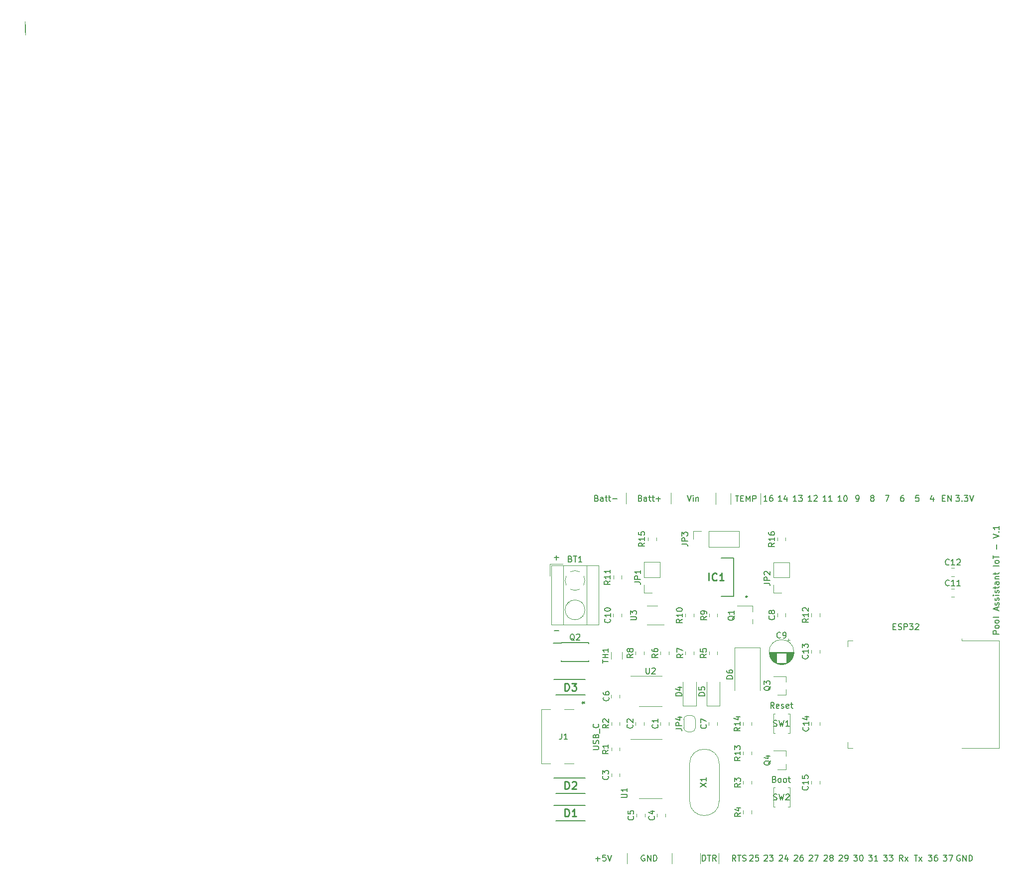
<source format=gbr>
G04 #@! TF.GenerationSoftware,KiCad,Pcbnew,(5.1.2)-1*
G04 #@! TF.CreationDate,2022-07-04T19:57:45-03:00*
G04 #@! TF.ProjectId,esp32,65737033-322e-46b6-9963-61645f706362,rev?*
G04 #@! TF.SameCoordinates,Original*
G04 #@! TF.FileFunction,Legend,Top*
G04 #@! TF.FilePolarity,Positive*
%FSLAX46Y46*%
G04 Gerber Fmt 4.6, Leading zero omitted, Abs format (unit mm)*
G04 Created by KiCad (PCBNEW (5.1.2)-1) date 2022-07-04 19:57:45*
%MOMM*%
%LPD*%
G04 APERTURE LIST*
%ADD10C,0.120000*%
%ADD11C,0.150000*%
%ADD12C,0.254000*%
%ADD13C,0.200000*%
G04 APERTURE END LIST*
D10*
X117890000Y-142500000D02*
X117890000Y-140700000D01*
X50000Y-1550000D02*
X50000Y250000D01*
X114750000Y-142500000D02*
X114750000Y-140700000D01*
X109920000Y-142500000D02*
X109920000Y-140700000D01*
X102300000Y-142500000D02*
X102300000Y-140700000D01*
X125000000Y-81350000D02*
X125000000Y-79500000D01*
X-60000Y-1100000D02*
X-60000Y750000D01*
X119950000Y-81350000D02*
X119950000Y-79500000D01*
X117400000Y-81350000D02*
X117400000Y-79450000D01*
X109750000Y-81300000D02*
X109750000Y-79450000D01*
X102150000Y-81300000D02*
X102150000Y-79450000D01*
D11*
X165552380Y-103442857D02*
X164552380Y-103442857D01*
X164552380Y-103061904D01*
X164600000Y-102966666D01*
X164647619Y-102919047D01*
X164742857Y-102871428D01*
X164885714Y-102871428D01*
X164980952Y-102919047D01*
X165028571Y-102966666D01*
X165076190Y-103061904D01*
X165076190Y-103442857D01*
X165552380Y-102300000D02*
X165504761Y-102395238D01*
X165457142Y-102442857D01*
X165361904Y-102490476D01*
X165076190Y-102490476D01*
X164980952Y-102442857D01*
X164933333Y-102395238D01*
X164885714Y-102300000D01*
X164885714Y-102157142D01*
X164933333Y-102061904D01*
X164980952Y-102014285D01*
X165076190Y-101966666D01*
X165361904Y-101966666D01*
X165457142Y-102014285D01*
X165504761Y-102061904D01*
X165552380Y-102157142D01*
X165552380Y-102300000D01*
X165552380Y-101395238D02*
X165504761Y-101490476D01*
X165457142Y-101538095D01*
X165361904Y-101585714D01*
X165076190Y-101585714D01*
X164980952Y-101538095D01*
X164933333Y-101490476D01*
X164885714Y-101395238D01*
X164885714Y-101252380D01*
X164933333Y-101157142D01*
X164980952Y-101109523D01*
X165076190Y-101061904D01*
X165361904Y-101061904D01*
X165457142Y-101109523D01*
X165504761Y-101157142D01*
X165552380Y-101252380D01*
X165552380Y-101395238D01*
X165552380Y-100490476D02*
X165504761Y-100585714D01*
X165409523Y-100633333D01*
X164552380Y-100633333D01*
X165266666Y-99395238D02*
X165266666Y-98919047D01*
X165552380Y-99490476D02*
X164552380Y-99157142D01*
X165552380Y-98823809D01*
X165504761Y-98538095D02*
X165552380Y-98442857D01*
X165552380Y-98252380D01*
X165504761Y-98157142D01*
X165409523Y-98109523D01*
X165361904Y-98109523D01*
X165266666Y-98157142D01*
X165219047Y-98252380D01*
X165219047Y-98395238D01*
X165171428Y-98490476D01*
X165076190Y-98538095D01*
X165028571Y-98538095D01*
X164933333Y-98490476D01*
X164885714Y-98395238D01*
X164885714Y-98252380D01*
X164933333Y-98157142D01*
X165504761Y-97728571D02*
X165552380Y-97633333D01*
X165552380Y-97442857D01*
X165504761Y-97347619D01*
X165409523Y-97300000D01*
X165361904Y-97300000D01*
X165266666Y-97347619D01*
X165219047Y-97442857D01*
X165219047Y-97585714D01*
X165171428Y-97680952D01*
X165076190Y-97728571D01*
X165028571Y-97728571D01*
X164933333Y-97680952D01*
X164885714Y-97585714D01*
X164885714Y-97442857D01*
X164933333Y-97347619D01*
X165552380Y-96871428D02*
X164885714Y-96871428D01*
X164552380Y-96871428D02*
X164600000Y-96919047D01*
X164647619Y-96871428D01*
X164600000Y-96823809D01*
X164552380Y-96871428D01*
X164647619Y-96871428D01*
X165504761Y-96442857D02*
X165552380Y-96347619D01*
X165552380Y-96157142D01*
X165504761Y-96061904D01*
X165409523Y-96014285D01*
X165361904Y-96014285D01*
X165266666Y-96061904D01*
X165219047Y-96157142D01*
X165219047Y-96300000D01*
X165171428Y-96395238D01*
X165076190Y-96442857D01*
X165028571Y-96442857D01*
X164933333Y-96395238D01*
X164885714Y-96300000D01*
X164885714Y-96157142D01*
X164933333Y-96061904D01*
X164885714Y-95728571D02*
X164885714Y-95347619D01*
X164552380Y-95585714D02*
X165409523Y-95585714D01*
X165504761Y-95538095D01*
X165552380Y-95442857D01*
X165552380Y-95347619D01*
X165552380Y-94585714D02*
X165028571Y-94585714D01*
X164933333Y-94633333D01*
X164885714Y-94728571D01*
X164885714Y-94919047D01*
X164933333Y-95014285D01*
X165504761Y-94585714D02*
X165552380Y-94680952D01*
X165552380Y-94919047D01*
X165504761Y-95014285D01*
X165409523Y-95061904D01*
X165314285Y-95061904D01*
X165219047Y-95014285D01*
X165171428Y-94919047D01*
X165171428Y-94680952D01*
X165123809Y-94585714D01*
X164885714Y-94109523D02*
X165552380Y-94109523D01*
X164980952Y-94109523D02*
X164933333Y-94061904D01*
X164885714Y-93966666D01*
X164885714Y-93823809D01*
X164933333Y-93728571D01*
X165028571Y-93680952D01*
X165552380Y-93680952D01*
X164885714Y-93347619D02*
X164885714Y-92966666D01*
X164552380Y-93204761D02*
X165409523Y-93204761D01*
X165504761Y-93157142D01*
X165552380Y-93061904D01*
X165552380Y-92966666D01*
X165552380Y-91871428D02*
X164552380Y-91871428D01*
X165552380Y-91252380D02*
X165504761Y-91347619D01*
X165457142Y-91395238D01*
X165361904Y-91442857D01*
X165076190Y-91442857D01*
X164980952Y-91395238D01*
X164933333Y-91347619D01*
X164885714Y-91252380D01*
X164885714Y-91109523D01*
X164933333Y-91014285D01*
X164980952Y-90966666D01*
X165076190Y-90919047D01*
X165361904Y-90919047D01*
X165457142Y-90966666D01*
X165504761Y-91014285D01*
X165552380Y-91109523D01*
X165552380Y-91252380D01*
X164552380Y-90633333D02*
X164552380Y-90061904D01*
X165552380Y-90347619D02*
X164552380Y-90347619D01*
X165171428Y-88966666D02*
X165171428Y-88204761D01*
X164552380Y-87109523D02*
X165552380Y-86776190D01*
X164552380Y-86442857D01*
X165457142Y-86109523D02*
X165504761Y-86061904D01*
X165552380Y-86109523D01*
X165504761Y-86157142D01*
X165457142Y-86109523D01*
X165552380Y-86109523D01*
X165552380Y-85109523D02*
X165552380Y-85680952D01*
X165552380Y-85395238D02*
X164552380Y-85395238D01*
X164695238Y-85490476D01*
X164790476Y-85585714D01*
X164838095Y-85680952D01*
X104568571Y-80328571D02*
X104711428Y-80376190D01*
X104759047Y-80423809D01*
X104806666Y-80519047D01*
X104806666Y-80661904D01*
X104759047Y-80757142D01*
X104711428Y-80804761D01*
X104616190Y-80852380D01*
X104235238Y-80852380D01*
X104235238Y-79852380D01*
X104568571Y-79852380D01*
X104663809Y-79900000D01*
X104711428Y-79947619D01*
X104759047Y-80042857D01*
X104759047Y-80138095D01*
X104711428Y-80233333D01*
X104663809Y-80280952D01*
X104568571Y-80328571D01*
X104235238Y-80328571D01*
X105663809Y-80852380D02*
X105663809Y-80328571D01*
X105616190Y-80233333D01*
X105520952Y-80185714D01*
X105330476Y-80185714D01*
X105235238Y-80233333D01*
X105663809Y-80804761D02*
X105568571Y-80852380D01*
X105330476Y-80852380D01*
X105235238Y-80804761D01*
X105187619Y-80709523D01*
X105187619Y-80614285D01*
X105235238Y-80519047D01*
X105330476Y-80471428D01*
X105568571Y-80471428D01*
X105663809Y-80423809D01*
X105997142Y-80185714D02*
X106378095Y-80185714D01*
X106140000Y-79852380D02*
X106140000Y-80709523D01*
X106187619Y-80804761D01*
X106282857Y-80852380D01*
X106378095Y-80852380D01*
X106568571Y-80185714D02*
X106949523Y-80185714D01*
X106711428Y-79852380D02*
X106711428Y-80709523D01*
X106759047Y-80804761D01*
X106854285Y-80852380D01*
X106949523Y-80852380D01*
X107282857Y-80471428D02*
X108044761Y-80471428D01*
X107663809Y-80852380D02*
X107663809Y-80090476D01*
X126159523Y-80852380D02*
X125588095Y-80852380D01*
X125873809Y-80852380D02*
X125873809Y-79852380D01*
X125778571Y-79995238D01*
X125683333Y-80090476D01*
X125588095Y-80138095D01*
X127016666Y-79852380D02*
X126826190Y-79852380D01*
X126730952Y-79900000D01*
X126683333Y-79947619D01*
X126588095Y-80090476D01*
X126540476Y-80280952D01*
X126540476Y-80661904D01*
X126588095Y-80757142D01*
X126635714Y-80804761D01*
X126730952Y-80852380D01*
X126921428Y-80852380D01*
X127016666Y-80804761D01*
X127064285Y-80757142D01*
X127111904Y-80661904D01*
X127111904Y-80423809D01*
X127064285Y-80328571D01*
X127016666Y-80280952D01*
X126921428Y-80233333D01*
X126730952Y-80233333D01*
X126635714Y-80280952D01*
X126588095Y-80328571D01*
X126540476Y-80423809D01*
X125648095Y-141147619D02*
X125695714Y-141100000D01*
X125790952Y-141052380D01*
X126029047Y-141052380D01*
X126124285Y-141100000D01*
X126171904Y-141147619D01*
X126219523Y-141242857D01*
X126219523Y-141338095D01*
X126171904Y-141480952D01*
X125600476Y-142052380D01*
X126219523Y-142052380D01*
X126552857Y-141052380D02*
X127171904Y-141052380D01*
X126838571Y-141433333D01*
X126981428Y-141433333D01*
X127076666Y-141480952D01*
X127124285Y-141528571D01*
X127171904Y-141623809D01*
X127171904Y-141861904D01*
X127124285Y-141957142D01*
X127076666Y-142004761D01*
X126981428Y-142052380D01*
X126695714Y-142052380D01*
X126600476Y-142004761D01*
X126552857Y-141957142D01*
X123198095Y-141147619D02*
X123245714Y-141100000D01*
X123340952Y-141052380D01*
X123579047Y-141052380D01*
X123674285Y-141100000D01*
X123721904Y-141147619D01*
X123769523Y-141242857D01*
X123769523Y-141338095D01*
X123721904Y-141480952D01*
X123150476Y-142052380D01*
X123769523Y-142052380D01*
X124674285Y-141052380D02*
X124198095Y-141052380D01*
X124150476Y-141528571D01*
X124198095Y-141480952D01*
X124293333Y-141433333D01*
X124531428Y-141433333D01*
X124626666Y-141480952D01*
X124674285Y-141528571D01*
X124721904Y-141623809D01*
X124721904Y-141861904D01*
X124674285Y-141957142D01*
X124626666Y-142004761D01*
X124531428Y-142052380D01*
X124293333Y-142052380D01*
X124198095Y-142004761D01*
X124150476Y-141957142D01*
X105308095Y-141100000D02*
X105212857Y-141052380D01*
X105070000Y-141052380D01*
X104927142Y-141100000D01*
X104831904Y-141195238D01*
X104784285Y-141290476D01*
X104736666Y-141480952D01*
X104736666Y-141623809D01*
X104784285Y-141814285D01*
X104831904Y-141909523D01*
X104927142Y-142004761D01*
X105070000Y-142052380D01*
X105165238Y-142052380D01*
X105308095Y-142004761D01*
X105355714Y-141957142D01*
X105355714Y-141623809D01*
X105165238Y-141623809D01*
X105784285Y-142052380D02*
X105784285Y-141052380D01*
X106355714Y-142052380D01*
X106355714Y-141052380D01*
X106831904Y-142052380D02*
X106831904Y-141052380D01*
X107070000Y-141052380D01*
X107212857Y-141100000D01*
X107308095Y-141195238D01*
X107355714Y-141290476D01*
X107403333Y-141480952D01*
X107403333Y-141623809D01*
X107355714Y-141814285D01*
X107308095Y-141909523D01*
X107212857Y-142004761D01*
X107070000Y-142052380D01*
X106831904Y-142052380D01*
X89989047Y-102856428D02*
X90750952Y-102856428D01*
X89949047Y-90466428D02*
X90710952Y-90466428D01*
X90330000Y-90847380D02*
X90330000Y-90085476D01*
X97168571Y-80328571D02*
X97311428Y-80376190D01*
X97359047Y-80423809D01*
X97406666Y-80519047D01*
X97406666Y-80661904D01*
X97359047Y-80757142D01*
X97311428Y-80804761D01*
X97216190Y-80852380D01*
X96835238Y-80852380D01*
X96835238Y-79852380D01*
X97168571Y-79852380D01*
X97263809Y-79900000D01*
X97311428Y-79947619D01*
X97359047Y-80042857D01*
X97359047Y-80138095D01*
X97311428Y-80233333D01*
X97263809Y-80280952D01*
X97168571Y-80328571D01*
X96835238Y-80328571D01*
X98263809Y-80852380D02*
X98263809Y-80328571D01*
X98216190Y-80233333D01*
X98120952Y-80185714D01*
X97930476Y-80185714D01*
X97835238Y-80233333D01*
X98263809Y-80804761D02*
X98168571Y-80852380D01*
X97930476Y-80852380D01*
X97835238Y-80804761D01*
X97787619Y-80709523D01*
X97787619Y-80614285D01*
X97835238Y-80519047D01*
X97930476Y-80471428D01*
X98168571Y-80471428D01*
X98263809Y-80423809D01*
X98597142Y-80185714D02*
X98978095Y-80185714D01*
X98740000Y-79852380D02*
X98740000Y-80709523D01*
X98787619Y-80804761D01*
X98882857Y-80852380D01*
X98978095Y-80852380D01*
X99168571Y-80185714D02*
X99549523Y-80185714D01*
X99311428Y-79852380D02*
X99311428Y-80709523D01*
X99359047Y-80804761D01*
X99454285Y-80852380D01*
X99549523Y-80852380D01*
X99882857Y-80471428D02*
X100644761Y-80471428D01*
X120745476Y-79894180D02*
X121316904Y-79894180D01*
X121031190Y-80894180D02*
X121031190Y-79894180D01*
X121650238Y-80370371D02*
X121983571Y-80370371D01*
X122126428Y-80894180D02*
X121650238Y-80894180D01*
X121650238Y-79894180D01*
X122126428Y-79894180D01*
X122555000Y-80894180D02*
X122555000Y-79894180D01*
X122888333Y-80608466D01*
X123221666Y-79894180D01*
X123221666Y-80894180D01*
X123697857Y-80894180D02*
X123697857Y-79894180D01*
X124078809Y-79894180D01*
X124174047Y-79941800D01*
X124221666Y-79989419D01*
X124269285Y-80084657D01*
X124269285Y-80227514D01*
X124221666Y-80322752D01*
X124174047Y-80370371D01*
X124078809Y-80417990D01*
X123697857Y-80417990D01*
X141304523Y-80872380D02*
X141495000Y-80872380D01*
X141590238Y-80824761D01*
X141637857Y-80777142D01*
X141733095Y-80634285D01*
X141780714Y-80443809D01*
X141780714Y-80062857D01*
X141733095Y-79967619D01*
X141685476Y-79920000D01*
X141590238Y-79872380D01*
X141399761Y-79872380D01*
X141304523Y-79920000D01*
X141256904Y-79967619D01*
X141209285Y-80062857D01*
X141209285Y-80300952D01*
X141256904Y-80396190D01*
X141304523Y-80443809D01*
X141399761Y-80491428D01*
X141590238Y-80491428D01*
X141685476Y-80443809D01*
X141733095Y-80396190D01*
X141780714Y-80300952D01*
X138779523Y-80872380D02*
X138208095Y-80872380D01*
X138493809Y-80872380D02*
X138493809Y-79872380D01*
X138398571Y-80015238D01*
X138303333Y-80110476D01*
X138208095Y-80158095D01*
X139398571Y-79872380D02*
X139493809Y-79872380D01*
X139589047Y-79920000D01*
X139636666Y-79967619D01*
X139684285Y-80062857D01*
X139731904Y-80253333D01*
X139731904Y-80491428D01*
X139684285Y-80681904D01*
X139636666Y-80777142D01*
X139589047Y-80824761D01*
X139493809Y-80872380D01*
X139398571Y-80872380D01*
X139303333Y-80824761D01*
X139255714Y-80777142D01*
X139208095Y-80681904D01*
X139160476Y-80491428D01*
X139160476Y-80253333D01*
X139208095Y-80062857D01*
X139255714Y-79967619D01*
X139303333Y-79920000D01*
X139398571Y-79872380D01*
X143924761Y-80300952D02*
X143829523Y-80253333D01*
X143781904Y-80205714D01*
X143734285Y-80110476D01*
X143734285Y-80062857D01*
X143781904Y-79967619D01*
X143829523Y-79920000D01*
X143924761Y-79872380D01*
X144115238Y-79872380D01*
X144210476Y-79920000D01*
X144258095Y-79967619D01*
X144305714Y-80062857D01*
X144305714Y-80110476D01*
X144258095Y-80205714D01*
X144210476Y-80253333D01*
X144115238Y-80300952D01*
X143924761Y-80300952D01*
X143829523Y-80348571D01*
X143781904Y-80396190D01*
X143734285Y-80491428D01*
X143734285Y-80681904D01*
X143781904Y-80777142D01*
X143829523Y-80824761D01*
X143924761Y-80872380D01*
X144115238Y-80872380D01*
X144210476Y-80824761D01*
X144258095Y-80777142D01*
X144305714Y-80681904D01*
X144305714Y-80491428D01*
X144258095Y-80396190D01*
X144210476Y-80348571D01*
X144115238Y-80300952D01*
X136229523Y-80872380D02*
X135658095Y-80872380D01*
X135943809Y-80872380D02*
X135943809Y-79872380D01*
X135848571Y-80015238D01*
X135753333Y-80110476D01*
X135658095Y-80158095D01*
X137181904Y-80872380D02*
X136610476Y-80872380D01*
X136896190Y-80872380D02*
X136896190Y-79872380D01*
X136800952Y-80015238D01*
X136705714Y-80110476D01*
X136610476Y-80158095D01*
X131154523Y-80872380D02*
X130583095Y-80872380D01*
X130868809Y-80872380D02*
X130868809Y-79872380D01*
X130773571Y-80015238D01*
X130678333Y-80110476D01*
X130583095Y-80158095D01*
X131487857Y-79872380D02*
X132106904Y-79872380D01*
X131773571Y-80253333D01*
X131916428Y-80253333D01*
X132011666Y-80300952D01*
X132059285Y-80348571D01*
X132106904Y-80443809D01*
X132106904Y-80681904D01*
X132059285Y-80777142D01*
X132011666Y-80824761D01*
X131916428Y-80872380D01*
X131630714Y-80872380D01*
X131535476Y-80824761D01*
X131487857Y-80777142D01*
X149310476Y-79872380D02*
X149120000Y-79872380D01*
X149024761Y-79920000D01*
X148977142Y-79967619D01*
X148881904Y-80110476D01*
X148834285Y-80300952D01*
X148834285Y-80681904D01*
X148881904Y-80777142D01*
X148929523Y-80824761D01*
X149024761Y-80872380D01*
X149215238Y-80872380D01*
X149310476Y-80824761D01*
X149358095Y-80777142D01*
X149405714Y-80681904D01*
X149405714Y-80443809D01*
X149358095Y-80348571D01*
X149310476Y-80300952D01*
X149215238Y-80253333D01*
X149024761Y-80253333D01*
X148929523Y-80300952D01*
X148881904Y-80348571D01*
X148834285Y-80443809D01*
X128629523Y-80872380D02*
X128058095Y-80872380D01*
X128343809Y-80872380D02*
X128343809Y-79872380D01*
X128248571Y-80015238D01*
X128153333Y-80110476D01*
X128058095Y-80158095D01*
X129486666Y-80205714D02*
X129486666Y-80872380D01*
X129248571Y-79824761D02*
X129010476Y-80539047D01*
X129629523Y-80539047D01*
X112566190Y-79872380D02*
X112899523Y-80872380D01*
X113232857Y-79872380D01*
X113566190Y-80872380D02*
X113566190Y-80205714D01*
X113566190Y-79872380D02*
X113518571Y-79920000D01*
X113566190Y-79967619D01*
X113613809Y-79920000D01*
X113566190Y-79872380D01*
X113566190Y-79967619D01*
X114042380Y-80205714D02*
X114042380Y-80872380D01*
X114042380Y-80300952D02*
X114090000Y-80253333D01*
X114185238Y-80205714D01*
X114328095Y-80205714D01*
X114423333Y-80253333D01*
X114470952Y-80348571D01*
X114470952Y-80872380D01*
X133704523Y-80872380D02*
X133133095Y-80872380D01*
X133418809Y-80872380D02*
X133418809Y-79872380D01*
X133323571Y-80015238D01*
X133228333Y-80110476D01*
X133133095Y-80158095D01*
X134085476Y-79967619D02*
X134133095Y-79920000D01*
X134228333Y-79872380D01*
X134466428Y-79872380D01*
X134561666Y-79920000D01*
X134609285Y-79967619D01*
X134656904Y-80062857D01*
X134656904Y-80158095D01*
X134609285Y-80300952D01*
X134037857Y-80872380D01*
X134656904Y-80872380D01*
X151908095Y-79872380D02*
X151431904Y-79872380D01*
X151384285Y-80348571D01*
X151431904Y-80300952D01*
X151527142Y-80253333D01*
X151765238Y-80253333D01*
X151860476Y-80300952D01*
X151908095Y-80348571D01*
X151955714Y-80443809D01*
X151955714Y-80681904D01*
X151908095Y-80777142D01*
X151860476Y-80824761D01*
X151765238Y-80872380D01*
X151527142Y-80872380D01*
X151431904Y-80824761D01*
X151384285Y-80777142D01*
X158218809Y-79872380D02*
X158837857Y-79872380D01*
X158504523Y-80253333D01*
X158647380Y-80253333D01*
X158742619Y-80300952D01*
X158790238Y-80348571D01*
X158837857Y-80443809D01*
X158837857Y-80681904D01*
X158790238Y-80777142D01*
X158742619Y-80824761D01*
X158647380Y-80872380D01*
X158361666Y-80872380D01*
X158266428Y-80824761D01*
X158218809Y-80777142D01*
X159266428Y-80777142D02*
X159314047Y-80824761D01*
X159266428Y-80872380D01*
X159218809Y-80824761D01*
X159266428Y-80777142D01*
X159266428Y-80872380D01*
X159647380Y-79872380D02*
X160266428Y-79872380D01*
X159933095Y-80253333D01*
X160075952Y-80253333D01*
X160171190Y-80300952D01*
X160218809Y-80348571D01*
X160266428Y-80443809D01*
X160266428Y-80681904D01*
X160218809Y-80777142D01*
X160171190Y-80824761D01*
X160075952Y-80872380D01*
X159790238Y-80872380D01*
X159695000Y-80824761D01*
X159647380Y-80777142D01*
X160552142Y-79872380D02*
X160885476Y-80872380D01*
X161218809Y-79872380D01*
X154385476Y-80205714D02*
X154385476Y-80872380D01*
X154147380Y-79824761D02*
X153909285Y-80539047D01*
X154528333Y-80539047D01*
X146236666Y-79872380D02*
X146903333Y-79872380D01*
X146474761Y-80872380D01*
X155956904Y-80348571D02*
X156290238Y-80348571D01*
X156433095Y-80872380D02*
X155956904Y-80872380D01*
X155956904Y-79872380D01*
X156433095Y-79872380D01*
X156861666Y-80872380D02*
X156861666Y-79872380D01*
X157433095Y-80872380D01*
X157433095Y-79872380D01*
X127331904Y-116067380D02*
X126998571Y-115591190D01*
X126760476Y-116067380D02*
X126760476Y-115067380D01*
X127141428Y-115067380D01*
X127236666Y-115115000D01*
X127284285Y-115162619D01*
X127331904Y-115257857D01*
X127331904Y-115400714D01*
X127284285Y-115495952D01*
X127236666Y-115543571D01*
X127141428Y-115591190D01*
X126760476Y-115591190D01*
X128141428Y-116019761D02*
X128046190Y-116067380D01*
X127855714Y-116067380D01*
X127760476Y-116019761D01*
X127712857Y-115924523D01*
X127712857Y-115543571D01*
X127760476Y-115448333D01*
X127855714Y-115400714D01*
X128046190Y-115400714D01*
X128141428Y-115448333D01*
X128189047Y-115543571D01*
X128189047Y-115638809D01*
X127712857Y-115734047D01*
X128570000Y-116019761D02*
X128665238Y-116067380D01*
X128855714Y-116067380D01*
X128950952Y-116019761D01*
X128998571Y-115924523D01*
X128998571Y-115876904D01*
X128950952Y-115781666D01*
X128855714Y-115734047D01*
X128712857Y-115734047D01*
X128617619Y-115686428D01*
X128570000Y-115591190D01*
X128570000Y-115543571D01*
X128617619Y-115448333D01*
X128712857Y-115400714D01*
X128855714Y-115400714D01*
X128950952Y-115448333D01*
X129808095Y-116019761D02*
X129712857Y-116067380D01*
X129522380Y-116067380D01*
X129427142Y-116019761D01*
X129379523Y-115924523D01*
X129379523Y-115543571D01*
X129427142Y-115448333D01*
X129522380Y-115400714D01*
X129712857Y-115400714D01*
X129808095Y-115448333D01*
X129855714Y-115543571D01*
X129855714Y-115638809D01*
X129379523Y-115734047D01*
X130141428Y-115400714D02*
X130522380Y-115400714D01*
X130284285Y-115067380D02*
X130284285Y-115924523D01*
X130331904Y-116019761D01*
X130427142Y-116067380D01*
X130522380Y-116067380D01*
X127380952Y-128153571D02*
X127523809Y-128201190D01*
X127571428Y-128248809D01*
X127619047Y-128344047D01*
X127619047Y-128486904D01*
X127571428Y-128582142D01*
X127523809Y-128629761D01*
X127428571Y-128677380D01*
X127047619Y-128677380D01*
X127047619Y-127677380D01*
X127380952Y-127677380D01*
X127476190Y-127725000D01*
X127523809Y-127772619D01*
X127571428Y-127867857D01*
X127571428Y-127963095D01*
X127523809Y-128058333D01*
X127476190Y-128105952D01*
X127380952Y-128153571D01*
X127047619Y-128153571D01*
X128190476Y-128677380D02*
X128095238Y-128629761D01*
X128047619Y-128582142D01*
X128000000Y-128486904D01*
X128000000Y-128201190D01*
X128047619Y-128105952D01*
X128095238Y-128058333D01*
X128190476Y-128010714D01*
X128333333Y-128010714D01*
X128428571Y-128058333D01*
X128476190Y-128105952D01*
X128523809Y-128201190D01*
X128523809Y-128486904D01*
X128476190Y-128582142D01*
X128428571Y-128629761D01*
X128333333Y-128677380D01*
X128190476Y-128677380D01*
X129095238Y-128677380D02*
X129000000Y-128629761D01*
X128952380Y-128582142D01*
X128904761Y-128486904D01*
X128904761Y-128201190D01*
X128952380Y-128105952D01*
X129000000Y-128058333D01*
X129095238Y-128010714D01*
X129238095Y-128010714D01*
X129333333Y-128058333D01*
X129380952Y-128105952D01*
X129428571Y-128201190D01*
X129428571Y-128486904D01*
X129380952Y-128582142D01*
X129333333Y-128629761D01*
X129238095Y-128677380D01*
X129095238Y-128677380D01*
X129714285Y-128010714D02*
X130095238Y-128010714D01*
X129857142Y-127677380D02*
X129857142Y-128534523D01*
X129904761Y-128629761D01*
X130000000Y-128677380D01*
X130095238Y-128677380D01*
X96984285Y-141671428D02*
X97746190Y-141671428D01*
X97365238Y-142052380D02*
X97365238Y-141290476D01*
X98698571Y-141052380D02*
X98222380Y-141052380D01*
X98174761Y-141528571D01*
X98222380Y-141480952D01*
X98317619Y-141433333D01*
X98555714Y-141433333D01*
X98650952Y-141480952D01*
X98698571Y-141528571D01*
X98746190Y-141623809D01*
X98746190Y-141861904D01*
X98698571Y-141957142D01*
X98650952Y-142004761D01*
X98555714Y-142052380D01*
X98317619Y-142052380D01*
X98222380Y-142004761D01*
X98174761Y-141957142D01*
X99031904Y-141052380D02*
X99365238Y-142052380D01*
X99698571Y-141052380D01*
X115137142Y-142042380D02*
X115137142Y-141042380D01*
X115375238Y-141042380D01*
X115518095Y-141090000D01*
X115613333Y-141185238D01*
X115660952Y-141280476D01*
X115708571Y-141470952D01*
X115708571Y-141613809D01*
X115660952Y-141804285D01*
X115613333Y-141899523D01*
X115518095Y-141994761D01*
X115375238Y-142042380D01*
X115137142Y-142042380D01*
X115994285Y-141042380D02*
X116565714Y-141042380D01*
X116280000Y-142042380D02*
X116280000Y-141042380D01*
X117470476Y-142042380D02*
X117137142Y-141566190D01*
X116899047Y-142042380D02*
X116899047Y-141042380D01*
X117280000Y-141042380D01*
X117375238Y-141090000D01*
X117422857Y-141137619D01*
X117470476Y-141232857D01*
X117470476Y-141375714D01*
X117422857Y-141470952D01*
X117375238Y-141518571D01*
X117280000Y-141566190D01*
X116899047Y-141566190D01*
X120822380Y-142062380D02*
X120489047Y-141586190D01*
X120250952Y-142062380D02*
X120250952Y-141062380D01*
X120631904Y-141062380D01*
X120727142Y-141110000D01*
X120774761Y-141157619D01*
X120822380Y-141252857D01*
X120822380Y-141395714D01*
X120774761Y-141490952D01*
X120727142Y-141538571D01*
X120631904Y-141586190D01*
X120250952Y-141586190D01*
X121108095Y-141062380D02*
X121679523Y-141062380D01*
X121393809Y-142062380D02*
X121393809Y-141062380D01*
X121965238Y-142014761D02*
X122108095Y-142062380D01*
X122346190Y-142062380D01*
X122441428Y-142014761D01*
X122489047Y-141967142D01*
X122536666Y-141871904D01*
X122536666Y-141776666D01*
X122489047Y-141681428D01*
X122441428Y-141633809D01*
X122346190Y-141586190D01*
X122155714Y-141538571D01*
X122060476Y-141490952D01*
X122012857Y-141443333D01*
X121965238Y-141348095D01*
X121965238Y-141252857D01*
X122012857Y-141157619D01*
X122060476Y-141110000D01*
X122155714Y-141062380D01*
X122393809Y-141062380D01*
X122536666Y-141110000D01*
X128198095Y-141147619D02*
X128245714Y-141100000D01*
X128340952Y-141052380D01*
X128579047Y-141052380D01*
X128674285Y-141100000D01*
X128721904Y-141147619D01*
X128769523Y-141242857D01*
X128769523Y-141338095D01*
X128721904Y-141480952D01*
X128150476Y-142052380D01*
X128769523Y-142052380D01*
X129626666Y-141385714D02*
X129626666Y-142052380D01*
X129388571Y-141004761D02*
X129150476Y-141719047D01*
X129769523Y-141719047D01*
X130758095Y-141147619D02*
X130805714Y-141100000D01*
X130900952Y-141052380D01*
X131139047Y-141052380D01*
X131234285Y-141100000D01*
X131281904Y-141147619D01*
X131329523Y-141242857D01*
X131329523Y-141338095D01*
X131281904Y-141480952D01*
X130710476Y-142052380D01*
X131329523Y-142052380D01*
X132186666Y-141052380D02*
X131996190Y-141052380D01*
X131900952Y-141100000D01*
X131853333Y-141147619D01*
X131758095Y-141290476D01*
X131710476Y-141480952D01*
X131710476Y-141861904D01*
X131758095Y-141957142D01*
X131805714Y-142004761D01*
X131900952Y-142052380D01*
X132091428Y-142052380D01*
X132186666Y-142004761D01*
X132234285Y-141957142D01*
X132281904Y-141861904D01*
X132281904Y-141623809D01*
X132234285Y-141528571D01*
X132186666Y-141480952D01*
X132091428Y-141433333D01*
X131900952Y-141433333D01*
X131805714Y-141480952D01*
X131758095Y-141528571D01*
X131710476Y-141623809D01*
X133308095Y-141147619D02*
X133355714Y-141100000D01*
X133450952Y-141052380D01*
X133689047Y-141052380D01*
X133784285Y-141100000D01*
X133831904Y-141147619D01*
X133879523Y-141242857D01*
X133879523Y-141338095D01*
X133831904Y-141480952D01*
X133260476Y-142052380D01*
X133879523Y-142052380D01*
X134212857Y-141052380D02*
X134879523Y-141052380D01*
X134450952Y-142052380D01*
X135833095Y-141147619D02*
X135880714Y-141100000D01*
X135975952Y-141052380D01*
X136214047Y-141052380D01*
X136309285Y-141100000D01*
X136356904Y-141147619D01*
X136404523Y-141242857D01*
X136404523Y-141338095D01*
X136356904Y-141480952D01*
X135785476Y-142052380D01*
X136404523Y-142052380D01*
X136975952Y-141480952D02*
X136880714Y-141433333D01*
X136833095Y-141385714D01*
X136785476Y-141290476D01*
X136785476Y-141242857D01*
X136833095Y-141147619D01*
X136880714Y-141100000D01*
X136975952Y-141052380D01*
X137166428Y-141052380D01*
X137261666Y-141100000D01*
X137309285Y-141147619D01*
X137356904Y-141242857D01*
X137356904Y-141290476D01*
X137309285Y-141385714D01*
X137261666Y-141433333D01*
X137166428Y-141480952D01*
X136975952Y-141480952D01*
X136880714Y-141528571D01*
X136833095Y-141576190D01*
X136785476Y-141671428D01*
X136785476Y-141861904D01*
X136833095Y-141957142D01*
X136880714Y-142004761D01*
X136975952Y-142052380D01*
X137166428Y-142052380D01*
X137261666Y-142004761D01*
X137309285Y-141957142D01*
X137356904Y-141861904D01*
X137356904Y-141671428D01*
X137309285Y-141576190D01*
X137261666Y-141528571D01*
X137166428Y-141480952D01*
X138383095Y-141147619D02*
X138430714Y-141100000D01*
X138525952Y-141052380D01*
X138764047Y-141052380D01*
X138859285Y-141100000D01*
X138906904Y-141147619D01*
X138954523Y-141242857D01*
X138954523Y-141338095D01*
X138906904Y-141480952D01*
X138335476Y-142052380D01*
X138954523Y-142052380D01*
X139430714Y-142052380D02*
X139621190Y-142052380D01*
X139716428Y-142004761D01*
X139764047Y-141957142D01*
X139859285Y-141814285D01*
X139906904Y-141623809D01*
X139906904Y-141242857D01*
X139859285Y-141147619D01*
X139811666Y-141100000D01*
X139716428Y-141052380D01*
X139525952Y-141052380D01*
X139430714Y-141100000D01*
X139383095Y-141147619D01*
X139335476Y-141242857D01*
X139335476Y-141480952D01*
X139383095Y-141576190D01*
X139430714Y-141623809D01*
X139525952Y-141671428D01*
X139716428Y-141671428D01*
X139811666Y-141623809D01*
X139859285Y-141576190D01*
X139906904Y-141480952D01*
X140860476Y-141052380D02*
X141479523Y-141052380D01*
X141146190Y-141433333D01*
X141289047Y-141433333D01*
X141384285Y-141480952D01*
X141431904Y-141528571D01*
X141479523Y-141623809D01*
X141479523Y-141861904D01*
X141431904Y-141957142D01*
X141384285Y-142004761D01*
X141289047Y-142052380D01*
X141003333Y-142052380D01*
X140908095Y-142004761D01*
X140860476Y-141957142D01*
X142098571Y-141052380D02*
X142193809Y-141052380D01*
X142289047Y-141100000D01*
X142336666Y-141147619D01*
X142384285Y-141242857D01*
X142431904Y-141433333D01*
X142431904Y-141671428D01*
X142384285Y-141861904D01*
X142336666Y-141957142D01*
X142289047Y-142004761D01*
X142193809Y-142052380D01*
X142098571Y-142052380D01*
X142003333Y-142004761D01*
X141955714Y-141957142D01*
X141908095Y-141861904D01*
X141860476Y-141671428D01*
X141860476Y-141433333D01*
X141908095Y-141242857D01*
X141955714Y-141147619D01*
X142003333Y-141100000D01*
X142098571Y-141052380D01*
X143385476Y-141052380D02*
X144004523Y-141052380D01*
X143671190Y-141433333D01*
X143814047Y-141433333D01*
X143909285Y-141480952D01*
X143956904Y-141528571D01*
X144004523Y-141623809D01*
X144004523Y-141861904D01*
X143956904Y-141957142D01*
X143909285Y-142004761D01*
X143814047Y-142052380D01*
X143528333Y-142052380D01*
X143433095Y-142004761D01*
X143385476Y-141957142D01*
X144956904Y-142052380D02*
X144385476Y-142052380D01*
X144671190Y-142052380D02*
X144671190Y-141052380D01*
X144575952Y-141195238D01*
X144480714Y-141290476D01*
X144385476Y-141338095D01*
X145935476Y-141052380D02*
X146554523Y-141052380D01*
X146221190Y-141433333D01*
X146364047Y-141433333D01*
X146459285Y-141480952D01*
X146506904Y-141528571D01*
X146554523Y-141623809D01*
X146554523Y-141861904D01*
X146506904Y-141957142D01*
X146459285Y-142004761D01*
X146364047Y-142052380D01*
X146078333Y-142052380D01*
X145983095Y-142004761D01*
X145935476Y-141957142D01*
X146887857Y-141052380D02*
X147506904Y-141052380D01*
X147173571Y-141433333D01*
X147316428Y-141433333D01*
X147411666Y-141480952D01*
X147459285Y-141528571D01*
X147506904Y-141623809D01*
X147506904Y-141861904D01*
X147459285Y-141957142D01*
X147411666Y-142004761D01*
X147316428Y-142052380D01*
X147030714Y-142052380D01*
X146935476Y-142004761D01*
X146887857Y-141957142D01*
X149199761Y-142052380D02*
X148866428Y-141576190D01*
X148628333Y-142052380D02*
X148628333Y-141052380D01*
X149009285Y-141052380D01*
X149104523Y-141100000D01*
X149152142Y-141147619D01*
X149199761Y-141242857D01*
X149199761Y-141385714D01*
X149152142Y-141480952D01*
X149104523Y-141528571D01*
X149009285Y-141576190D01*
X148628333Y-141576190D01*
X149533095Y-142052380D02*
X150056904Y-141385714D01*
X149533095Y-141385714D02*
X150056904Y-142052380D01*
X151154523Y-141052380D02*
X151725952Y-141052380D01*
X151440238Y-142052380D02*
X151440238Y-141052380D01*
X151964047Y-142052380D02*
X152487857Y-141385714D01*
X151964047Y-141385714D02*
X152487857Y-142052380D01*
X153560476Y-141052380D02*
X154179523Y-141052380D01*
X153846190Y-141433333D01*
X153989047Y-141433333D01*
X154084285Y-141480952D01*
X154131904Y-141528571D01*
X154179523Y-141623809D01*
X154179523Y-141861904D01*
X154131904Y-141957142D01*
X154084285Y-142004761D01*
X153989047Y-142052380D01*
X153703333Y-142052380D01*
X153608095Y-142004761D01*
X153560476Y-141957142D01*
X155036666Y-141052380D02*
X154846190Y-141052380D01*
X154750952Y-141100000D01*
X154703333Y-141147619D01*
X154608095Y-141290476D01*
X154560476Y-141480952D01*
X154560476Y-141861904D01*
X154608095Y-141957142D01*
X154655714Y-142004761D01*
X154750952Y-142052380D01*
X154941428Y-142052380D01*
X155036666Y-142004761D01*
X155084285Y-141957142D01*
X155131904Y-141861904D01*
X155131904Y-141623809D01*
X155084285Y-141528571D01*
X155036666Y-141480952D01*
X154941428Y-141433333D01*
X154750952Y-141433333D01*
X154655714Y-141480952D01*
X154608095Y-141528571D01*
X154560476Y-141623809D01*
X156060476Y-141052380D02*
X156679523Y-141052380D01*
X156346190Y-141433333D01*
X156489047Y-141433333D01*
X156584285Y-141480952D01*
X156631904Y-141528571D01*
X156679523Y-141623809D01*
X156679523Y-141861904D01*
X156631904Y-141957142D01*
X156584285Y-142004761D01*
X156489047Y-142052380D01*
X156203333Y-142052380D01*
X156108095Y-142004761D01*
X156060476Y-141957142D01*
X157012857Y-141052380D02*
X157679523Y-141052380D01*
X157250952Y-142052380D01*
X158933095Y-141100000D02*
X158837857Y-141052380D01*
X158695000Y-141052380D01*
X158552142Y-141100000D01*
X158456904Y-141195238D01*
X158409285Y-141290476D01*
X158361666Y-141480952D01*
X158361666Y-141623809D01*
X158409285Y-141814285D01*
X158456904Y-141909523D01*
X158552142Y-142004761D01*
X158695000Y-142052380D01*
X158790238Y-142052380D01*
X158933095Y-142004761D01*
X158980714Y-141957142D01*
X158980714Y-141623809D01*
X158790238Y-141623809D01*
X159409285Y-142052380D02*
X159409285Y-141052380D01*
X159980714Y-142052380D01*
X159980714Y-141052380D01*
X160456904Y-142052380D02*
X160456904Y-141052380D01*
X160695000Y-141052380D01*
X160837857Y-141100000D01*
X160933095Y-141195238D01*
X160980714Y-141290476D01*
X161028333Y-141480952D01*
X161028333Y-141623809D01*
X160980714Y-141814285D01*
X160933095Y-141909523D01*
X160837857Y-142004761D01*
X160695000Y-142052380D01*
X160456904Y-142052380D01*
D10*
X111960000Y-119390000D02*
X111960000Y-117990000D01*
X112660000Y-117290000D02*
X113260000Y-117290000D01*
X113960000Y-117990000D02*
X113960000Y-119390000D01*
X113260000Y-120090000D02*
X112660000Y-120090000D01*
X112660000Y-120090000D02*
G75*
G02X111960000Y-119390000I0J700000D01*
G01*
X113960000Y-119390000D02*
G75*
G02X113260000Y-120090000I-700000J0D01*
G01*
X113260000Y-117290000D02*
G75*
G02X113960000Y-117990000I0J-700000D01*
G01*
X111960000Y-117990000D02*
G75*
G02X112660000Y-117290000I700000J0D01*
G01*
X127870000Y-87063748D02*
X127870000Y-87586252D01*
X129290000Y-87063748D02*
X129290000Y-87586252D01*
X107290000Y-87586252D02*
X107290000Y-87063748D01*
X105870000Y-87586252D02*
X105870000Y-87063748D01*
X113605000Y-87300000D02*
X113605000Y-85970000D01*
X113605000Y-85970000D02*
X114935000Y-85970000D01*
X116205000Y-85970000D02*
X121345000Y-85970000D01*
X121345000Y-88630000D02*
X121345000Y-85970000D01*
X116205000Y-88630000D02*
X121345000Y-88630000D01*
X116205000Y-88630000D02*
X116205000Y-85970000D01*
X140645000Y-104605000D02*
X139865000Y-104605000D01*
X139865000Y-104605000D02*
X139865000Y-105605000D01*
X140645000Y-122845000D02*
X139865000Y-122845000D01*
X139865000Y-122845000D02*
X139865000Y-121845000D01*
X165610000Y-104605000D02*
X165610000Y-122845000D01*
X165610000Y-122845000D02*
X159190000Y-122845000D01*
X165610000Y-104605000D02*
X159190000Y-104605000D01*
X159190000Y-104605000D02*
X159190000Y-104225000D01*
X133670000Y-106143748D02*
X133670000Y-106666252D01*
X135090000Y-106143748D02*
X135090000Y-106666252D01*
X133670000Y-99953748D02*
X133670000Y-100476252D01*
X135090000Y-99953748D02*
X135090000Y-100476252D01*
X127180000Y-129585000D02*
X127480000Y-129585000D01*
X127180000Y-132885000D02*
X127180000Y-129585000D01*
X127480000Y-132885000D02*
X127180000Y-132885000D01*
X129980000Y-129585000D02*
X129680000Y-129585000D01*
X129980000Y-132885000D02*
X129980000Y-129585000D01*
X129680000Y-132885000D02*
X129980000Y-132885000D01*
X116260000Y-106433748D02*
X116260000Y-106956252D01*
X117680000Y-106433748D02*
X117680000Y-106956252D01*
X108010000Y-106956252D02*
X108010000Y-106433748D01*
X109430000Y-106956252D02*
X109430000Y-106433748D01*
X89180000Y-91545000D02*
X89180000Y-93545000D01*
X91420000Y-91545000D02*
X89180000Y-91545000D01*
X92504000Y-98165000D02*
X92411000Y-98071000D01*
X94755000Y-100415000D02*
X94696000Y-100356000D01*
X92264000Y-98335000D02*
X92206000Y-98276000D01*
X94549000Y-100620000D02*
X94456000Y-100526000D01*
X97540000Y-101905000D02*
X89420000Y-101905000D01*
X97540000Y-91785000D02*
X89420000Y-91785000D01*
X89420000Y-91785000D02*
X89420000Y-101905000D01*
X97540000Y-91785000D02*
X97540000Y-101905000D01*
X95480000Y-91785000D02*
X95480000Y-101905000D01*
X91480000Y-91785000D02*
X91480000Y-101905000D01*
X95160000Y-99345000D02*
G75*
G03X95160000Y-99345000I-1680000J0D01*
G01*
X91799550Y-94374383D02*
G75*
G02X91996000Y-93556000I1680450J29383D01*
G01*
X92690912Y-92861047D02*
G75*
G02X94269000Y-92861000I789088J-1483953D01*
G01*
X94963953Y-93555912D02*
G75*
G02X94964000Y-95134000I-1483953J-789088D01*
G01*
X94269088Y-95828953D02*
G75*
G02X92691000Y-95829000I-789088J1483953D01*
G01*
X91996648Y-95133712D02*
G75*
G02X91800000Y-94345000I1483352J788712D01*
G01*
X129290000Y-99953748D02*
X129290000Y-100476252D01*
X127870000Y-99953748D02*
X127870000Y-100476252D01*
X101080000Y-114321252D02*
X101080000Y-113798748D01*
X99660000Y-114321252D02*
X99660000Y-113798748D01*
X99680000Y-118951252D02*
X99680000Y-118428748D01*
X101100000Y-118951252D02*
X101100000Y-118428748D01*
X112260000Y-106956252D02*
X112260000Y-106433748D01*
X113680000Y-106956252D02*
X113680000Y-106433748D01*
X116260000Y-100546252D02*
X116260000Y-100023748D01*
X117680000Y-100546252D02*
X117680000Y-100023748D01*
D12*
X122755000Y-97085000D02*
G75*
G03X122755000Y-97085000I-125000J0D01*
G01*
D13*
X120430000Y-97035000D02*
X118330000Y-97035000D01*
X120430000Y-90535000D02*
X120430000Y-97035000D01*
X118330000Y-90535000D02*
X120430000Y-90535000D01*
D10*
X87742700Y-116267600D02*
X87742700Y-125462400D01*
X87742700Y-125462400D02*
X89273707Y-125462400D01*
X93301308Y-116267600D02*
X91646891Y-116267600D01*
X89273707Y-116267600D02*
X87742700Y-116267600D01*
X91646891Y-125462400D02*
X93301308Y-125462400D01*
X124930000Y-105725000D02*
X124930000Y-113025000D01*
X120630000Y-105725000D02*
X120630000Y-113025000D01*
X124930000Y-105725000D02*
X120630000Y-105725000D01*
X99680000Y-122778748D02*
X99680000Y-123301252D01*
X101100000Y-122778748D02*
X101100000Y-123301252D01*
X123630000Y-98685000D02*
X123630000Y-99635000D01*
X121030000Y-98685000D02*
X123630000Y-98685000D01*
X123630000Y-100935000D02*
X123630000Y-101735000D01*
X105180000Y-106956252D02*
X105180000Y-106433748D01*
X103760000Y-106956252D02*
X103760000Y-106433748D01*
X106340000Y-110615000D02*
X102890000Y-110615000D01*
X106340000Y-110615000D02*
X108290000Y-110615000D01*
X106340000Y-115735000D02*
X104390000Y-115735000D01*
X106340000Y-115735000D02*
X108290000Y-115735000D01*
X106580000Y-96415000D02*
X105250000Y-96415000D01*
X105250000Y-96415000D02*
X105250000Y-95085000D01*
X105250000Y-93815000D02*
X105250000Y-91215000D01*
X107910000Y-91215000D02*
X105250000Y-91215000D01*
X107910000Y-93815000D02*
X107910000Y-91215000D01*
X107910000Y-93815000D02*
X105250000Y-93815000D01*
X117670000Y-118433748D02*
X117670000Y-118956252D01*
X116250000Y-118433748D02*
X116250000Y-118956252D01*
X101440000Y-93523748D02*
X101440000Y-94046252D01*
X100020000Y-93523748D02*
X100020000Y-94046252D01*
X114105000Y-115655000D02*
X114105000Y-111595000D01*
X111835000Y-115655000D02*
X114105000Y-115655000D01*
X111835000Y-111595000D02*
X111835000Y-115655000D01*
X101420000Y-100003748D02*
X101420000Y-100526252D01*
X100000000Y-100003748D02*
X100000000Y-100526252D01*
X107480000Y-98675000D02*
X105680000Y-98675000D01*
X105680000Y-101895000D02*
X108630000Y-101895000D01*
X113680000Y-100023748D02*
X113680000Y-100546252D01*
X112260000Y-100023748D02*
X112260000Y-100546252D01*
X118105000Y-115655000D02*
X118105000Y-111595000D01*
X115835000Y-115655000D02*
X118105000Y-115655000D01*
X115835000Y-111595000D02*
X115835000Y-115655000D01*
X99640000Y-107707064D02*
X99640000Y-106502936D01*
X101460000Y-107707064D02*
X101460000Y-106502936D01*
X103930000Y-134013748D02*
X103930000Y-134536252D01*
X105350000Y-134013748D02*
X105350000Y-134536252D01*
D13*
X90195000Y-135213000D02*
X95235000Y-135213000D01*
X95235000Y-132617000D02*
X89890000Y-132617000D01*
X90195000Y-130538000D02*
X95235000Y-130538000D01*
X95235000Y-127942000D02*
X89890000Y-127942000D01*
D10*
X107420000Y-134013748D02*
X107420000Y-134536252D01*
X108840000Y-134013748D02*
X108840000Y-134536252D01*
X112955000Y-131810000D02*
G75*
G03X118005000Y-131810000I2525000J0D01*
G01*
X112955000Y-125560000D02*
G75*
G02X118005000Y-125560000I2525000J0D01*
G01*
X112955000Y-125560000D02*
X112955000Y-131810000D01*
X118005000Y-125560000D02*
X118005000Y-131810000D01*
D13*
X90190000Y-113813000D02*
X95230000Y-113813000D01*
X95230000Y-111217000D02*
X89885000Y-111217000D01*
D10*
X103760000Y-118423748D02*
X103760000Y-118946252D01*
X105180000Y-118423748D02*
X105180000Y-118946252D01*
X101100000Y-127701252D02*
X101100000Y-127178748D01*
X99680000Y-127701252D02*
X99680000Y-127178748D01*
D11*
X91165000Y-104920000D02*
X91165000Y-105020000D01*
X95815000Y-104920000D02*
X95815000Y-105120000D01*
X95815000Y-108170000D02*
X95815000Y-107970000D01*
X91165000Y-108170000D02*
X91165000Y-107970000D01*
X91165000Y-104920000D02*
X95815000Y-104920000D01*
X91165000Y-108170000D02*
X95815000Y-108170000D01*
X91165000Y-105020000D02*
X89815000Y-105020000D01*
D10*
X106340000Y-121330000D02*
X102890000Y-121330000D01*
X106340000Y-121330000D02*
X108290000Y-121330000D01*
X106340000Y-131450000D02*
X104390000Y-131450000D01*
X106340000Y-131450000D02*
X108290000Y-131450000D01*
X128580000Y-96445000D02*
X127250000Y-96445000D01*
X127250000Y-96445000D02*
X127250000Y-95115000D01*
X127250000Y-93845000D02*
X127250000Y-91245000D01*
X129910000Y-91245000D02*
X127250000Y-91245000D01*
X129910000Y-93845000D02*
X129910000Y-91245000D01*
X129910000Y-93845000D02*
X127250000Y-93845000D01*
X108010000Y-118428748D02*
X108010000Y-118951252D01*
X109430000Y-118428748D02*
X109430000Y-118951252D01*
X157981252Y-93610000D02*
X157458748Y-93610000D01*
X157981252Y-92190000D02*
X157458748Y-92190000D01*
X157463748Y-95740000D02*
X157986252Y-95740000D01*
X157463748Y-97160000D02*
X157986252Y-97160000D01*
X129975000Y-104465199D02*
X129575000Y-104465199D01*
X129775000Y-104265199D02*
X129775000Y-104665199D01*
X128950000Y-108616000D02*
X128210000Y-108616000D01*
X129117000Y-108576000D02*
X128043000Y-108576000D01*
X129244000Y-108536000D02*
X127916000Y-108536000D01*
X129348000Y-108496000D02*
X127812000Y-108496000D01*
X129439000Y-108456000D02*
X127721000Y-108456000D01*
X129520000Y-108416000D02*
X127640000Y-108416000D01*
X129593000Y-108376000D02*
X127567000Y-108376000D01*
X127740000Y-108336000D02*
X127500000Y-108336000D01*
X129660000Y-108336000D02*
X129420000Y-108336000D01*
X127740000Y-108296000D02*
X127438000Y-108296000D01*
X129722000Y-108296000D02*
X129420000Y-108296000D01*
X127740000Y-108256000D02*
X127380000Y-108256000D01*
X129780000Y-108256000D02*
X129420000Y-108256000D01*
X127740000Y-108216000D02*
X127326000Y-108216000D01*
X129834000Y-108216000D02*
X129420000Y-108216000D01*
X127740000Y-108176000D02*
X127276000Y-108176000D01*
X129884000Y-108176000D02*
X129420000Y-108176000D01*
X127740000Y-108136000D02*
X127229000Y-108136000D01*
X129931000Y-108136000D02*
X129420000Y-108136000D01*
X127740000Y-108096000D02*
X127184000Y-108096000D01*
X129976000Y-108096000D02*
X129420000Y-108096000D01*
X127740000Y-108056000D02*
X127142000Y-108056000D01*
X130018000Y-108056000D02*
X129420000Y-108056000D01*
X127740000Y-108016000D02*
X127102000Y-108016000D01*
X130058000Y-108016000D02*
X129420000Y-108016000D01*
X127740000Y-107976000D02*
X127064000Y-107976000D01*
X130096000Y-107976000D02*
X129420000Y-107976000D01*
X127740000Y-107936000D02*
X127028000Y-107936000D01*
X130132000Y-107936000D02*
X129420000Y-107936000D01*
X127740000Y-107896000D02*
X126993000Y-107896000D01*
X130167000Y-107896000D02*
X129420000Y-107896000D01*
X127740000Y-107856000D02*
X126961000Y-107856000D01*
X130199000Y-107856000D02*
X129420000Y-107856000D01*
X127740000Y-107816000D02*
X126930000Y-107816000D01*
X130230000Y-107816000D02*
X129420000Y-107816000D01*
X127740000Y-107776000D02*
X126900000Y-107776000D01*
X130260000Y-107776000D02*
X129420000Y-107776000D01*
X127740000Y-107736000D02*
X126872000Y-107736000D01*
X130288000Y-107736000D02*
X129420000Y-107736000D01*
X127740000Y-107696000D02*
X126845000Y-107696000D01*
X130315000Y-107696000D02*
X129420000Y-107696000D01*
X127740000Y-107656000D02*
X126820000Y-107656000D01*
X130340000Y-107656000D02*
X129420000Y-107656000D01*
X127740000Y-107616000D02*
X126795000Y-107616000D01*
X130365000Y-107616000D02*
X129420000Y-107616000D01*
X127740000Y-107576000D02*
X126772000Y-107576000D01*
X130388000Y-107576000D02*
X129420000Y-107576000D01*
X127740000Y-107536000D02*
X126750000Y-107536000D01*
X130410000Y-107536000D02*
X129420000Y-107536000D01*
X127740000Y-107496000D02*
X126729000Y-107496000D01*
X130431000Y-107496000D02*
X129420000Y-107496000D01*
X127740000Y-107456000D02*
X126710000Y-107456000D01*
X130450000Y-107456000D02*
X129420000Y-107456000D01*
X127740000Y-107416000D02*
X126691000Y-107416000D01*
X130469000Y-107416000D02*
X129420000Y-107416000D01*
X127740000Y-107376000D02*
X126673000Y-107376000D01*
X130487000Y-107376000D02*
X129420000Y-107376000D01*
X127740000Y-107336000D02*
X126656000Y-107336000D01*
X130504000Y-107336000D02*
X129420000Y-107336000D01*
X127740000Y-107296000D02*
X126640000Y-107296000D01*
X130520000Y-107296000D02*
X129420000Y-107296000D01*
X127740000Y-107256000D02*
X126626000Y-107256000D01*
X130534000Y-107256000D02*
X129420000Y-107256000D01*
X127740000Y-107215000D02*
X126612000Y-107215000D01*
X130548000Y-107215000D02*
X129420000Y-107215000D01*
X127740000Y-107175000D02*
X126598000Y-107175000D01*
X130562000Y-107175000D02*
X129420000Y-107175000D01*
X127740000Y-107135000D02*
X126586000Y-107135000D01*
X130574000Y-107135000D02*
X129420000Y-107135000D01*
X127740000Y-107095000D02*
X126575000Y-107095000D01*
X130585000Y-107095000D02*
X129420000Y-107095000D01*
X127740000Y-107055000D02*
X126564000Y-107055000D01*
X130596000Y-107055000D02*
X129420000Y-107055000D01*
X127740000Y-107015000D02*
X126555000Y-107015000D01*
X130605000Y-107015000D02*
X129420000Y-107015000D01*
X127740000Y-106975000D02*
X126546000Y-106975000D01*
X130614000Y-106975000D02*
X129420000Y-106975000D01*
X127740000Y-106935000D02*
X126538000Y-106935000D01*
X130622000Y-106935000D02*
X129420000Y-106935000D01*
X127740000Y-106895000D02*
X126530000Y-106895000D01*
X130630000Y-106895000D02*
X129420000Y-106895000D01*
X127740000Y-106855000D02*
X126524000Y-106855000D01*
X130636000Y-106855000D02*
X129420000Y-106855000D01*
X127740000Y-106815000D02*
X126518000Y-106815000D01*
X130642000Y-106815000D02*
X129420000Y-106815000D01*
X127740000Y-106775000D02*
X126513000Y-106775000D01*
X130647000Y-106775000D02*
X129420000Y-106775000D01*
X127740000Y-106735000D02*
X126509000Y-106735000D01*
X130651000Y-106735000D02*
X129420000Y-106735000D01*
X130654000Y-106695000D02*
X126506000Y-106695000D01*
X130657000Y-106655000D02*
X126503000Y-106655000D01*
X130659000Y-106615000D02*
X126501000Y-106615000D01*
X130660000Y-106575000D02*
X126500000Y-106575000D01*
X130660000Y-106535000D02*
X126500000Y-106535000D01*
X130700000Y-106535000D02*
G75*
G03X130700000Y-106535000I-2120000J0D01*
G01*
X135090000Y-128991252D02*
X135090000Y-128468748D01*
X133670000Y-128991252D02*
X133670000Y-128468748D01*
X129340000Y-113815000D02*
X127880000Y-113815000D01*
X129340000Y-110655000D02*
X127180000Y-110655000D01*
X129340000Y-110655000D02*
X129340000Y-111585000D01*
X129340000Y-113815000D02*
X129340000Y-112885000D01*
X129340000Y-126485000D02*
X129340000Y-125555000D01*
X129340000Y-123325000D02*
X129340000Y-124255000D01*
X129340000Y-123325000D02*
X127180000Y-123325000D01*
X129340000Y-126485000D02*
X127880000Y-126485000D01*
X122070000Y-118956252D02*
X122070000Y-118433748D01*
X123490000Y-118956252D02*
X123490000Y-118433748D01*
X123490000Y-123473748D02*
X123490000Y-123996252D01*
X122070000Y-123473748D02*
X122070000Y-123996252D01*
X127480000Y-117045000D02*
X127180000Y-117045000D01*
X127180000Y-117045000D02*
X127180000Y-120345000D01*
X127180000Y-120345000D02*
X127480000Y-120345000D01*
X129680000Y-117045000D02*
X129980000Y-117045000D01*
X129980000Y-117045000D02*
X129980000Y-120345000D01*
X129980000Y-120345000D02*
X129680000Y-120345000D01*
X133670000Y-118433748D02*
X133670000Y-118956252D01*
X135090000Y-118433748D02*
X135090000Y-118956252D01*
X122070000Y-128996252D02*
X122070000Y-128473748D01*
X123490000Y-128996252D02*
X123490000Y-128473748D01*
X123490000Y-133996252D02*
X123490000Y-133473748D01*
X122070000Y-133996252D02*
X122070000Y-133473748D01*
D11*
X110612380Y-119523333D02*
X111326666Y-119523333D01*
X111469523Y-119570952D01*
X111564761Y-119666190D01*
X111612380Y-119809047D01*
X111612380Y-119904285D01*
X111612380Y-119047142D02*
X110612380Y-119047142D01*
X110612380Y-118666190D01*
X110660000Y-118570952D01*
X110707619Y-118523333D01*
X110802857Y-118475714D01*
X110945714Y-118475714D01*
X111040952Y-118523333D01*
X111088571Y-118570952D01*
X111136190Y-118666190D01*
X111136190Y-119047142D01*
X110945714Y-117618571D02*
X111612380Y-117618571D01*
X110564761Y-117856666D02*
X111279047Y-118094761D01*
X111279047Y-117475714D01*
X127377380Y-87967857D02*
X126901190Y-88301190D01*
X127377380Y-88539285D02*
X126377380Y-88539285D01*
X126377380Y-88158333D01*
X126425000Y-88063095D01*
X126472619Y-88015476D01*
X126567857Y-87967857D01*
X126710714Y-87967857D01*
X126805952Y-88015476D01*
X126853571Y-88063095D01*
X126901190Y-88158333D01*
X126901190Y-88539285D01*
X127377380Y-87015476D02*
X127377380Y-87586904D01*
X127377380Y-87301190D02*
X126377380Y-87301190D01*
X126520238Y-87396428D01*
X126615476Y-87491666D01*
X126663095Y-87586904D01*
X126377380Y-86158333D02*
X126377380Y-86348809D01*
X126425000Y-86444047D01*
X126472619Y-86491666D01*
X126615476Y-86586904D01*
X126805952Y-86634523D01*
X127186904Y-86634523D01*
X127282142Y-86586904D01*
X127329761Y-86539285D01*
X127377380Y-86444047D01*
X127377380Y-86253571D01*
X127329761Y-86158333D01*
X127282142Y-86110714D01*
X127186904Y-86063095D01*
X126948809Y-86063095D01*
X126853571Y-86110714D01*
X126805952Y-86158333D01*
X126758333Y-86253571D01*
X126758333Y-86444047D01*
X126805952Y-86539285D01*
X126853571Y-86586904D01*
X126948809Y-86634523D01*
X105307380Y-87942857D02*
X104831190Y-88276190D01*
X105307380Y-88514285D02*
X104307380Y-88514285D01*
X104307380Y-88133333D01*
X104355000Y-88038095D01*
X104402619Y-87990476D01*
X104497857Y-87942857D01*
X104640714Y-87942857D01*
X104735952Y-87990476D01*
X104783571Y-88038095D01*
X104831190Y-88133333D01*
X104831190Y-88514285D01*
X105307380Y-86990476D02*
X105307380Y-87561904D01*
X105307380Y-87276190D02*
X104307380Y-87276190D01*
X104450238Y-87371428D01*
X104545476Y-87466666D01*
X104593095Y-87561904D01*
X104307380Y-86085714D02*
X104307380Y-86561904D01*
X104783571Y-86609523D01*
X104735952Y-86561904D01*
X104688333Y-86466666D01*
X104688333Y-86228571D01*
X104735952Y-86133333D01*
X104783571Y-86085714D01*
X104878809Y-86038095D01*
X105116904Y-86038095D01*
X105212142Y-86085714D01*
X105259761Y-86133333D01*
X105307380Y-86228571D01*
X105307380Y-86466666D01*
X105259761Y-86561904D01*
X105212142Y-86609523D01*
X111617380Y-88133333D02*
X112331666Y-88133333D01*
X112474523Y-88180952D01*
X112569761Y-88276190D01*
X112617380Y-88419047D01*
X112617380Y-88514285D01*
X112617380Y-87657142D02*
X111617380Y-87657142D01*
X111617380Y-87276190D01*
X111665000Y-87180952D01*
X111712619Y-87133333D01*
X111807857Y-87085714D01*
X111950714Y-87085714D01*
X112045952Y-87133333D01*
X112093571Y-87180952D01*
X112141190Y-87276190D01*
X112141190Y-87657142D01*
X111617380Y-86752380D02*
X111617380Y-86133333D01*
X111998333Y-86466666D01*
X111998333Y-86323809D01*
X112045952Y-86228571D01*
X112093571Y-86180952D01*
X112188809Y-86133333D01*
X112426904Y-86133333D01*
X112522142Y-86180952D01*
X112569761Y-86228571D01*
X112617380Y-86323809D01*
X112617380Y-86609523D01*
X112569761Y-86704761D01*
X112522142Y-86752380D01*
X147582142Y-102178571D02*
X147915476Y-102178571D01*
X148058333Y-102702380D02*
X147582142Y-102702380D01*
X147582142Y-101702380D01*
X148058333Y-101702380D01*
X148439285Y-102654761D02*
X148582142Y-102702380D01*
X148820238Y-102702380D01*
X148915476Y-102654761D01*
X148963095Y-102607142D01*
X149010714Y-102511904D01*
X149010714Y-102416666D01*
X148963095Y-102321428D01*
X148915476Y-102273809D01*
X148820238Y-102226190D01*
X148629761Y-102178571D01*
X148534523Y-102130952D01*
X148486904Y-102083333D01*
X148439285Y-101988095D01*
X148439285Y-101892857D01*
X148486904Y-101797619D01*
X148534523Y-101750000D01*
X148629761Y-101702380D01*
X148867857Y-101702380D01*
X149010714Y-101750000D01*
X149439285Y-102702380D02*
X149439285Y-101702380D01*
X149820238Y-101702380D01*
X149915476Y-101750000D01*
X149963095Y-101797619D01*
X150010714Y-101892857D01*
X150010714Y-102035714D01*
X149963095Y-102130952D01*
X149915476Y-102178571D01*
X149820238Y-102226190D01*
X149439285Y-102226190D01*
X150344047Y-101702380D02*
X150963095Y-101702380D01*
X150629761Y-102083333D01*
X150772619Y-102083333D01*
X150867857Y-102130952D01*
X150915476Y-102178571D01*
X150963095Y-102273809D01*
X150963095Y-102511904D01*
X150915476Y-102607142D01*
X150867857Y-102654761D01*
X150772619Y-102702380D01*
X150486904Y-102702380D01*
X150391666Y-102654761D01*
X150344047Y-102607142D01*
X151344047Y-101797619D02*
X151391666Y-101750000D01*
X151486904Y-101702380D01*
X151725000Y-101702380D01*
X151820238Y-101750000D01*
X151867857Y-101797619D01*
X151915476Y-101892857D01*
X151915476Y-101988095D01*
X151867857Y-102130952D01*
X151296428Y-102702380D01*
X151915476Y-102702380D01*
X133017142Y-107047857D02*
X133064761Y-107095476D01*
X133112380Y-107238333D01*
X133112380Y-107333571D01*
X133064761Y-107476428D01*
X132969523Y-107571666D01*
X132874285Y-107619285D01*
X132683809Y-107666904D01*
X132540952Y-107666904D01*
X132350476Y-107619285D01*
X132255238Y-107571666D01*
X132160000Y-107476428D01*
X132112380Y-107333571D01*
X132112380Y-107238333D01*
X132160000Y-107095476D01*
X132207619Y-107047857D01*
X133112380Y-106095476D02*
X133112380Y-106666904D01*
X133112380Y-106381190D02*
X132112380Y-106381190D01*
X132255238Y-106476428D01*
X132350476Y-106571666D01*
X132398095Y-106666904D01*
X132112380Y-105762142D02*
X132112380Y-105143095D01*
X132493333Y-105476428D01*
X132493333Y-105333571D01*
X132540952Y-105238333D01*
X132588571Y-105190714D01*
X132683809Y-105143095D01*
X132921904Y-105143095D01*
X133017142Y-105190714D01*
X133064761Y-105238333D01*
X133112380Y-105333571D01*
X133112380Y-105619285D01*
X133064761Y-105714523D01*
X133017142Y-105762142D01*
X133172380Y-100857857D02*
X132696190Y-101191190D01*
X133172380Y-101429285D02*
X132172380Y-101429285D01*
X132172380Y-101048333D01*
X132220000Y-100953095D01*
X132267619Y-100905476D01*
X132362857Y-100857857D01*
X132505714Y-100857857D01*
X132600952Y-100905476D01*
X132648571Y-100953095D01*
X132696190Y-101048333D01*
X132696190Y-101429285D01*
X133172380Y-99905476D02*
X133172380Y-100476904D01*
X133172380Y-100191190D02*
X132172380Y-100191190D01*
X132315238Y-100286428D01*
X132410476Y-100381666D01*
X132458095Y-100476904D01*
X132267619Y-99524523D02*
X132220000Y-99476904D01*
X132172380Y-99381666D01*
X132172380Y-99143571D01*
X132220000Y-99048333D01*
X132267619Y-99000714D01*
X132362857Y-98953095D01*
X132458095Y-98953095D01*
X132600952Y-99000714D01*
X133172380Y-99572142D01*
X133172380Y-98953095D01*
X127246666Y-131639761D02*
X127389523Y-131687380D01*
X127627619Y-131687380D01*
X127722857Y-131639761D01*
X127770476Y-131592142D01*
X127818095Y-131496904D01*
X127818095Y-131401666D01*
X127770476Y-131306428D01*
X127722857Y-131258809D01*
X127627619Y-131211190D01*
X127437142Y-131163571D01*
X127341904Y-131115952D01*
X127294285Y-131068333D01*
X127246666Y-130973095D01*
X127246666Y-130877857D01*
X127294285Y-130782619D01*
X127341904Y-130735000D01*
X127437142Y-130687380D01*
X127675238Y-130687380D01*
X127818095Y-130735000D01*
X128151428Y-130687380D02*
X128389523Y-131687380D01*
X128580000Y-130973095D01*
X128770476Y-131687380D01*
X129008571Y-130687380D01*
X129341904Y-130782619D02*
X129389523Y-130735000D01*
X129484761Y-130687380D01*
X129722857Y-130687380D01*
X129818095Y-130735000D01*
X129865714Y-130782619D01*
X129913333Y-130877857D01*
X129913333Y-130973095D01*
X129865714Y-131115952D01*
X129294285Y-131687380D01*
X129913333Y-131687380D01*
X115812380Y-106866666D02*
X115336190Y-107200000D01*
X115812380Y-107438095D02*
X114812380Y-107438095D01*
X114812380Y-107057142D01*
X114860000Y-106961904D01*
X114907619Y-106914285D01*
X115002857Y-106866666D01*
X115145714Y-106866666D01*
X115240952Y-106914285D01*
X115288571Y-106961904D01*
X115336190Y-107057142D01*
X115336190Y-107438095D01*
X114812380Y-105961904D02*
X114812380Y-106438095D01*
X115288571Y-106485714D01*
X115240952Y-106438095D01*
X115193333Y-106342857D01*
X115193333Y-106104761D01*
X115240952Y-106009523D01*
X115288571Y-105961904D01*
X115383809Y-105914285D01*
X115621904Y-105914285D01*
X115717142Y-105961904D01*
X115764761Y-106009523D01*
X115812380Y-106104761D01*
X115812380Y-106342857D01*
X115764761Y-106438095D01*
X115717142Y-106485714D01*
X107552380Y-106856666D02*
X107076190Y-107190000D01*
X107552380Y-107428095D02*
X106552380Y-107428095D01*
X106552380Y-107047142D01*
X106600000Y-106951904D01*
X106647619Y-106904285D01*
X106742857Y-106856666D01*
X106885714Y-106856666D01*
X106980952Y-106904285D01*
X107028571Y-106951904D01*
X107076190Y-107047142D01*
X107076190Y-107428095D01*
X106552380Y-105999523D02*
X106552380Y-106190000D01*
X106600000Y-106285238D01*
X106647619Y-106332857D01*
X106790476Y-106428095D01*
X106980952Y-106475714D01*
X107361904Y-106475714D01*
X107457142Y-106428095D01*
X107504761Y-106380476D01*
X107552380Y-106285238D01*
X107552380Y-106094761D01*
X107504761Y-105999523D01*
X107457142Y-105951904D01*
X107361904Y-105904285D01*
X107123809Y-105904285D01*
X107028571Y-105951904D01*
X106980952Y-105999523D01*
X106933333Y-106094761D01*
X106933333Y-106285238D01*
X106980952Y-106380476D01*
X107028571Y-106428095D01*
X107123809Y-106475714D01*
X92694285Y-90673571D02*
X92837142Y-90721190D01*
X92884761Y-90768809D01*
X92932380Y-90864047D01*
X92932380Y-91006904D01*
X92884761Y-91102142D01*
X92837142Y-91149761D01*
X92741904Y-91197380D01*
X92360952Y-91197380D01*
X92360952Y-90197380D01*
X92694285Y-90197380D01*
X92789523Y-90245000D01*
X92837142Y-90292619D01*
X92884761Y-90387857D01*
X92884761Y-90483095D01*
X92837142Y-90578333D01*
X92789523Y-90625952D01*
X92694285Y-90673571D01*
X92360952Y-90673571D01*
X93218095Y-90197380D02*
X93789523Y-90197380D01*
X93503809Y-91197380D02*
X93503809Y-90197380D01*
X94646666Y-91197380D02*
X94075238Y-91197380D01*
X94360952Y-91197380D02*
X94360952Y-90197380D01*
X94265714Y-90340238D01*
X94170476Y-90435476D01*
X94075238Y-90483095D01*
X127327142Y-100381666D02*
X127374761Y-100429285D01*
X127422380Y-100572142D01*
X127422380Y-100667380D01*
X127374761Y-100810238D01*
X127279523Y-100905476D01*
X127184285Y-100953095D01*
X126993809Y-101000714D01*
X126850952Y-101000714D01*
X126660476Y-100953095D01*
X126565238Y-100905476D01*
X126470000Y-100810238D01*
X126422380Y-100667380D01*
X126422380Y-100572142D01*
X126470000Y-100429285D01*
X126517619Y-100381666D01*
X126850952Y-99810238D02*
X126803333Y-99905476D01*
X126755714Y-99953095D01*
X126660476Y-100000714D01*
X126612857Y-100000714D01*
X126517619Y-99953095D01*
X126470000Y-99905476D01*
X126422380Y-99810238D01*
X126422380Y-99619761D01*
X126470000Y-99524523D01*
X126517619Y-99476904D01*
X126612857Y-99429285D01*
X126660476Y-99429285D01*
X126755714Y-99476904D01*
X126803333Y-99524523D01*
X126850952Y-99619761D01*
X126850952Y-99810238D01*
X126898571Y-99905476D01*
X126946190Y-99953095D01*
X127041428Y-100000714D01*
X127231904Y-100000714D01*
X127327142Y-99953095D01*
X127374761Y-99905476D01*
X127422380Y-99810238D01*
X127422380Y-99619761D01*
X127374761Y-99524523D01*
X127327142Y-99476904D01*
X127231904Y-99429285D01*
X127041428Y-99429285D01*
X126946190Y-99476904D01*
X126898571Y-99524523D01*
X126850952Y-99619761D01*
X99177142Y-114201666D02*
X99224761Y-114249285D01*
X99272380Y-114392142D01*
X99272380Y-114487380D01*
X99224761Y-114630238D01*
X99129523Y-114725476D01*
X99034285Y-114773095D01*
X98843809Y-114820714D01*
X98700952Y-114820714D01*
X98510476Y-114773095D01*
X98415238Y-114725476D01*
X98320000Y-114630238D01*
X98272380Y-114487380D01*
X98272380Y-114392142D01*
X98320000Y-114249285D01*
X98367619Y-114201666D01*
X98272380Y-113344523D02*
X98272380Y-113535000D01*
X98320000Y-113630238D01*
X98367619Y-113677857D01*
X98510476Y-113773095D01*
X98700952Y-113820714D01*
X99081904Y-113820714D01*
X99177142Y-113773095D01*
X99224761Y-113725476D01*
X99272380Y-113630238D01*
X99272380Y-113439761D01*
X99224761Y-113344523D01*
X99177142Y-113296904D01*
X99081904Y-113249285D01*
X98843809Y-113249285D01*
X98748571Y-113296904D01*
X98700952Y-113344523D01*
X98653333Y-113439761D01*
X98653333Y-113630238D01*
X98700952Y-113725476D01*
X98748571Y-113773095D01*
X98843809Y-113820714D01*
X99192380Y-118856666D02*
X98716190Y-119190000D01*
X99192380Y-119428095D02*
X98192380Y-119428095D01*
X98192380Y-119047142D01*
X98240000Y-118951904D01*
X98287619Y-118904285D01*
X98382857Y-118856666D01*
X98525714Y-118856666D01*
X98620952Y-118904285D01*
X98668571Y-118951904D01*
X98716190Y-119047142D01*
X98716190Y-119428095D01*
X98287619Y-118475714D02*
X98240000Y-118428095D01*
X98192380Y-118332857D01*
X98192380Y-118094761D01*
X98240000Y-117999523D01*
X98287619Y-117951904D01*
X98382857Y-117904285D01*
X98478095Y-117904285D01*
X98620952Y-117951904D01*
X99192380Y-118523333D01*
X99192380Y-117904285D01*
X111832380Y-106861666D02*
X111356190Y-107195000D01*
X111832380Y-107433095D02*
X110832380Y-107433095D01*
X110832380Y-107052142D01*
X110880000Y-106956904D01*
X110927619Y-106909285D01*
X111022857Y-106861666D01*
X111165714Y-106861666D01*
X111260952Y-106909285D01*
X111308571Y-106956904D01*
X111356190Y-107052142D01*
X111356190Y-107433095D01*
X110832380Y-106528333D02*
X110832380Y-105861666D01*
X111832380Y-106290238D01*
X115847380Y-100451666D02*
X115371190Y-100785000D01*
X115847380Y-101023095D02*
X114847380Y-101023095D01*
X114847380Y-100642142D01*
X114895000Y-100546904D01*
X114942619Y-100499285D01*
X115037857Y-100451666D01*
X115180714Y-100451666D01*
X115275952Y-100499285D01*
X115323571Y-100546904D01*
X115371190Y-100642142D01*
X115371190Y-101023095D01*
X115847380Y-99975476D02*
X115847380Y-99785000D01*
X115799761Y-99689761D01*
X115752142Y-99642142D01*
X115609285Y-99546904D01*
X115418809Y-99499285D01*
X115037857Y-99499285D01*
X114942619Y-99546904D01*
X114895000Y-99594523D01*
X114847380Y-99689761D01*
X114847380Y-99880238D01*
X114895000Y-99975476D01*
X114942619Y-100023095D01*
X115037857Y-100070714D01*
X115275952Y-100070714D01*
X115371190Y-100023095D01*
X115418809Y-99975476D01*
X115466428Y-99880238D01*
X115466428Y-99689761D01*
X115418809Y-99594523D01*
X115371190Y-99546904D01*
X115275952Y-99499285D01*
D12*
X116240238Y-94359523D02*
X116240238Y-93089523D01*
X117570714Y-94238571D02*
X117510238Y-94299047D01*
X117328809Y-94359523D01*
X117207857Y-94359523D01*
X117026428Y-94299047D01*
X116905476Y-94178095D01*
X116845000Y-94057142D01*
X116784523Y-93815238D01*
X116784523Y-93633809D01*
X116845000Y-93391904D01*
X116905476Y-93270952D01*
X117026428Y-93150000D01*
X117207857Y-93089523D01*
X117328809Y-93089523D01*
X117510238Y-93150000D01*
X117570714Y-93210476D01*
X118780238Y-94359523D02*
X118054523Y-94359523D01*
X118417380Y-94359523D02*
X118417380Y-93089523D01*
X118296428Y-93270952D01*
X118175476Y-93391904D01*
X118054523Y-93452380D01*
D11*
X91206666Y-120367380D02*
X91206666Y-121081666D01*
X91159047Y-121224523D01*
X91063809Y-121319761D01*
X90920952Y-121367380D01*
X90825714Y-121367380D01*
X92206666Y-121367380D02*
X91635238Y-121367380D01*
X91920952Y-121367380D02*
X91920952Y-120367380D01*
X91825714Y-120510238D01*
X91730476Y-120605476D01*
X91635238Y-120653095D01*
X96542380Y-123107857D02*
X97351904Y-123107857D01*
X97447142Y-123060238D01*
X97494761Y-123012619D01*
X97542380Y-122917380D01*
X97542380Y-122726904D01*
X97494761Y-122631666D01*
X97447142Y-122584047D01*
X97351904Y-122536428D01*
X96542380Y-122536428D01*
X97494761Y-122107857D02*
X97542380Y-121965000D01*
X97542380Y-121726904D01*
X97494761Y-121631666D01*
X97447142Y-121584047D01*
X97351904Y-121536428D01*
X97256666Y-121536428D01*
X97161428Y-121584047D01*
X97113809Y-121631666D01*
X97066190Y-121726904D01*
X97018571Y-121917380D01*
X96970952Y-122012619D01*
X96923333Y-122060238D01*
X96828095Y-122107857D01*
X96732857Y-122107857D01*
X96637619Y-122060238D01*
X96590000Y-122012619D01*
X96542380Y-121917380D01*
X96542380Y-121679285D01*
X96590000Y-121536428D01*
X97018571Y-120774523D02*
X97066190Y-120631666D01*
X97113809Y-120584047D01*
X97209047Y-120536428D01*
X97351904Y-120536428D01*
X97447142Y-120584047D01*
X97494761Y-120631666D01*
X97542380Y-120726904D01*
X97542380Y-121107857D01*
X96542380Y-121107857D01*
X96542380Y-120774523D01*
X96590000Y-120679285D01*
X96637619Y-120631666D01*
X96732857Y-120584047D01*
X96828095Y-120584047D01*
X96923333Y-120631666D01*
X96970952Y-120679285D01*
X97018571Y-120774523D01*
X97018571Y-121107857D01*
X97637619Y-120345952D02*
X97637619Y-119584047D01*
X97447142Y-118774523D02*
X97494761Y-118822142D01*
X97542380Y-118965000D01*
X97542380Y-119060238D01*
X97494761Y-119203095D01*
X97399523Y-119298333D01*
X97304285Y-119345952D01*
X97113809Y-119393571D01*
X96970952Y-119393571D01*
X96780476Y-119345952D01*
X96685238Y-119298333D01*
X96590000Y-119203095D01*
X96542380Y-119060238D01*
X96542380Y-118965000D01*
X96590000Y-118822142D01*
X96637619Y-118774523D01*
X94662680Y-115124999D02*
X94900776Y-115124999D01*
X94805538Y-115363094D02*
X94900776Y-115124999D01*
X94805538Y-114886903D01*
X95091252Y-115267856D02*
X94900776Y-115124999D01*
X95091252Y-114982141D01*
X94662680Y-115124999D02*
X94900776Y-115124999D01*
X94805538Y-115363094D02*
X94900776Y-115124999D01*
X94805538Y-114886903D01*
X95091252Y-115267856D02*
X94900776Y-115124999D01*
X95091252Y-114982141D01*
X120282380Y-111063095D02*
X119282380Y-111063095D01*
X119282380Y-110825000D01*
X119330000Y-110682142D01*
X119425238Y-110586904D01*
X119520476Y-110539285D01*
X119710952Y-110491666D01*
X119853809Y-110491666D01*
X120044285Y-110539285D01*
X120139523Y-110586904D01*
X120234761Y-110682142D01*
X120282380Y-110825000D01*
X120282380Y-111063095D01*
X119282380Y-109634523D02*
X119282380Y-109825000D01*
X119330000Y-109920238D01*
X119377619Y-109967857D01*
X119520476Y-110063095D01*
X119710952Y-110110714D01*
X120091904Y-110110714D01*
X120187142Y-110063095D01*
X120234761Y-110015476D01*
X120282380Y-109920238D01*
X120282380Y-109729761D01*
X120234761Y-109634523D01*
X120187142Y-109586904D01*
X120091904Y-109539285D01*
X119853809Y-109539285D01*
X119758571Y-109586904D01*
X119710952Y-109634523D01*
X119663333Y-109729761D01*
X119663333Y-109920238D01*
X119710952Y-110015476D01*
X119758571Y-110063095D01*
X119853809Y-110110714D01*
X99142380Y-123206666D02*
X98666190Y-123540000D01*
X99142380Y-123778095D02*
X98142380Y-123778095D01*
X98142380Y-123397142D01*
X98190000Y-123301904D01*
X98237619Y-123254285D01*
X98332857Y-123206666D01*
X98475714Y-123206666D01*
X98570952Y-123254285D01*
X98618571Y-123301904D01*
X98666190Y-123397142D01*
X98666190Y-123778095D01*
X99142380Y-122254285D02*
X99142380Y-122825714D01*
X99142380Y-122540000D02*
X98142380Y-122540000D01*
X98285238Y-122635238D01*
X98380476Y-122730476D01*
X98428095Y-122825714D01*
X120587619Y-100380238D02*
X120540000Y-100475476D01*
X120444761Y-100570714D01*
X120301904Y-100713571D01*
X120254285Y-100808809D01*
X120254285Y-100904047D01*
X120492380Y-100856428D02*
X120444761Y-100951666D01*
X120349523Y-101046904D01*
X120159047Y-101094523D01*
X119825714Y-101094523D01*
X119635238Y-101046904D01*
X119540000Y-100951666D01*
X119492380Y-100856428D01*
X119492380Y-100665952D01*
X119540000Y-100570714D01*
X119635238Y-100475476D01*
X119825714Y-100427857D01*
X120159047Y-100427857D01*
X120349523Y-100475476D01*
X120444761Y-100570714D01*
X120492380Y-100665952D01*
X120492380Y-100856428D01*
X120492380Y-99475476D02*
X120492380Y-100046904D01*
X120492380Y-99761190D02*
X119492380Y-99761190D01*
X119635238Y-99856428D01*
X119730476Y-99951666D01*
X119778095Y-100046904D01*
X103352380Y-106866666D02*
X102876190Y-107200000D01*
X103352380Y-107438095D02*
X102352380Y-107438095D01*
X102352380Y-107057142D01*
X102400000Y-106961904D01*
X102447619Y-106914285D01*
X102542857Y-106866666D01*
X102685714Y-106866666D01*
X102780952Y-106914285D01*
X102828571Y-106961904D01*
X102876190Y-107057142D01*
X102876190Y-107438095D01*
X102780952Y-106295238D02*
X102733333Y-106390476D01*
X102685714Y-106438095D01*
X102590476Y-106485714D01*
X102542857Y-106485714D01*
X102447619Y-106438095D01*
X102400000Y-106390476D01*
X102352380Y-106295238D01*
X102352380Y-106104761D01*
X102400000Y-106009523D01*
X102447619Y-105961904D01*
X102542857Y-105914285D01*
X102590476Y-105914285D01*
X102685714Y-105961904D01*
X102733333Y-106009523D01*
X102780952Y-106104761D01*
X102780952Y-106295238D01*
X102828571Y-106390476D01*
X102876190Y-106438095D01*
X102971428Y-106485714D01*
X103161904Y-106485714D01*
X103257142Y-106438095D01*
X103304761Y-106390476D01*
X103352380Y-106295238D01*
X103352380Y-106104761D01*
X103304761Y-106009523D01*
X103257142Y-105961904D01*
X103161904Y-105914285D01*
X102971428Y-105914285D01*
X102876190Y-105961904D01*
X102828571Y-106009523D01*
X102780952Y-106104761D01*
X105568095Y-109207380D02*
X105568095Y-110016904D01*
X105615714Y-110112142D01*
X105663333Y-110159761D01*
X105758571Y-110207380D01*
X105949047Y-110207380D01*
X106044285Y-110159761D01*
X106091904Y-110112142D01*
X106139523Y-110016904D01*
X106139523Y-109207380D01*
X106568095Y-109302619D02*
X106615714Y-109255000D01*
X106710952Y-109207380D01*
X106949047Y-109207380D01*
X107044285Y-109255000D01*
X107091904Y-109302619D01*
X107139523Y-109397857D01*
X107139523Y-109493095D01*
X107091904Y-109635952D01*
X106520476Y-110207380D01*
X107139523Y-110207380D01*
X103622380Y-94598333D02*
X104336666Y-94598333D01*
X104479523Y-94645952D01*
X104574761Y-94741190D01*
X104622380Y-94884047D01*
X104622380Y-94979285D01*
X104622380Y-94122142D02*
X103622380Y-94122142D01*
X103622380Y-93741190D01*
X103670000Y-93645952D01*
X103717619Y-93598333D01*
X103812857Y-93550714D01*
X103955714Y-93550714D01*
X104050952Y-93598333D01*
X104098571Y-93645952D01*
X104146190Y-93741190D01*
X104146190Y-94122142D01*
X104622380Y-92598333D02*
X104622380Y-93169761D01*
X104622380Y-92884047D02*
X103622380Y-92884047D01*
X103765238Y-92979285D01*
X103860476Y-93074523D01*
X103908095Y-93169761D01*
X115737142Y-118861666D02*
X115784761Y-118909285D01*
X115832380Y-119052142D01*
X115832380Y-119147380D01*
X115784761Y-119290238D01*
X115689523Y-119385476D01*
X115594285Y-119433095D01*
X115403809Y-119480714D01*
X115260952Y-119480714D01*
X115070476Y-119433095D01*
X114975238Y-119385476D01*
X114880000Y-119290238D01*
X114832380Y-119147380D01*
X114832380Y-119052142D01*
X114880000Y-118909285D01*
X114927619Y-118861666D01*
X114832380Y-118528333D02*
X114832380Y-117861666D01*
X115832380Y-118290238D01*
X99462380Y-94427857D02*
X98986190Y-94761190D01*
X99462380Y-94999285D02*
X98462380Y-94999285D01*
X98462380Y-94618333D01*
X98510000Y-94523095D01*
X98557619Y-94475476D01*
X98652857Y-94427857D01*
X98795714Y-94427857D01*
X98890952Y-94475476D01*
X98938571Y-94523095D01*
X98986190Y-94618333D01*
X98986190Y-94999285D01*
X99462380Y-93475476D02*
X99462380Y-94046904D01*
X99462380Y-93761190D02*
X98462380Y-93761190D01*
X98605238Y-93856428D01*
X98700476Y-93951666D01*
X98748095Y-94046904D01*
X99462380Y-92523095D02*
X99462380Y-93094523D01*
X99462380Y-92808809D02*
X98462380Y-92808809D01*
X98605238Y-92904047D01*
X98700476Y-92999285D01*
X98748095Y-93094523D01*
X111602380Y-113953095D02*
X110602380Y-113953095D01*
X110602380Y-113715000D01*
X110650000Y-113572142D01*
X110745238Y-113476904D01*
X110840476Y-113429285D01*
X111030952Y-113381666D01*
X111173809Y-113381666D01*
X111364285Y-113429285D01*
X111459523Y-113476904D01*
X111554761Y-113572142D01*
X111602380Y-113715000D01*
X111602380Y-113953095D01*
X110935714Y-112524523D02*
X111602380Y-112524523D01*
X110554761Y-112762619D02*
X111269047Y-113000714D01*
X111269047Y-112381666D01*
X99407142Y-100907857D02*
X99454761Y-100955476D01*
X99502380Y-101098333D01*
X99502380Y-101193571D01*
X99454761Y-101336428D01*
X99359523Y-101431666D01*
X99264285Y-101479285D01*
X99073809Y-101526904D01*
X98930952Y-101526904D01*
X98740476Y-101479285D01*
X98645238Y-101431666D01*
X98550000Y-101336428D01*
X98502380Y-101193571D01*
X98502380Y-101098333D01*
X98550000Y-100955476D01*
X98597619Y-100907857D01*
X99502380Y-99955476D02*
X99502380Y-100526904D01*
X99502380Y-100241190D02*
X98502380Y-100241190D01*
X98645238Y-100336428D01*
X98740476Y-100431666D01*
X98788095Y-100526904D01*
X98502380Y-99336428D02*
X98502380Y-99241190D01*
X98550000Y-99145952D01*
X98597619Y-99098333D01*
X98692857Y-99050714D01*
X98883333Y-99003095D01*
X99121428Y-99003095D01*
X99311904Y-99050714D01*
X99407142Y-99098333D01*
X99454761Y-99145952D01*
X99502380Y-99241190D01*
X99502380Y-99336428D01*
X99454761Y-99431666D01*
X99407142Y-99479285D01*
X99311904Y-99526904D01*
X99121428Y-99574523D01*
X98883333Y-99574523D01*
X98692857Y-99526904D01*
X98597619Y-99479285D01*
X98550000Y-99431666D01*
X98502380Y-99336428D01*
X102912380Y-101046904D02*
X103721904Y-101046904D01*
X103817142Y-100999285D01*
X103864761Y-100951666D01*
X103912380Y-100856428D01*
X103912380Y-100665952D01*
X103864761Y-100570714D01*
X103817142Y-100523095D01*
X103721904Y-100475476D01*
X102912380Y-100475476D01*
X102912380Y-100094523D02*
X102912380Y-99475476D01*
X103293333Y-99808809D01*
X103293333Y-99665952D01*
X103340952Y-99570714D01*
X103388571Y-99523095D01*
X103483809Y-99475476D01*
X103721904Y-99475476D01*
X103817142Y-99523095D01*
X103864761Y-99570714D01*
X103912380Y-99665952D01*
X103912380Y-99951666D01*
X103864761Y-100046904D01*
X103817142Y-100094523D01*
X111732380Y-100927857D02*
X111256190Y-101261190D01*
X111732380Y-101499285D02*
X110732380Y-101499285D01*
X110732380Y-101118333D01*
X110780000Y-101023095D01*
X110827619Y-100975476D01*
X110922857Y-100927857D01*
X111065714Y-100927857D01*
X111160952Y-100975476D01*
X111208571Y-101023095D01*
X111256190Y-101118333D01*
X111256190Y-101499285D01*
X111732380Y-99975476D02*
X111732380Y-100546904D01*
X111732380Y-100261190D02*
X110732380Y-100261190D01*
X110875238Y-100356428D01*
X110970476Y-100451666D01*
X111018095Y-100546904D01*
X110732380Y-99356428D02*
X110732380Y-99261190D01*
X110780000Y-99165952D01*
X110827619Y-99118333D01*
X110922857Y-99070714D01*
X111113333Y-99023095D01*
X111351428Y-99023095D01*
X111541904Y-99070714D01*
X111637142Y-99118333D01*
X111684761Y-99165952D01*
X111732380Y-99261190D01*
X111732380Y-99356428D01*
X111684761Y-99451666D01*
X111637142Y-99499285D01*
X111541904Y-99546904D01*
X111351428Y-99594523D01*
X111113333Y-99594523D01*
X110922857Y-99546904D01*
X110827619Y-99499285D01*
X110780000Y-99451666D01*
X110732380Y-99356428D01*
X115532380Y-113933095D02*
X114532380Y-113933095D01*
X114532380Y-113695000D01*
X114580000Y-113552142D01*
X114675238Y-113456904D01*
X114770476Y-113409285D01*
X114960952Y-113361666D01*
X115103809Y-113361666D01*
X115294285Y-113409285D01*
X115389523Y-113456904D01*
X115484761Y-113552142D01*
X115532380Y-113695000D01*
X115532380Y-113933095D01*
X114532380Y-112456904D02*
X114532380Y-112933095D01*
X115008571Y-112980714D01*
X114960952Y-112933095D01*
X114913333Y-112837857D01*
X114913333Y-112599761D01*
X114960952Y-112504523D01*
X115008571Y-112456904D01*
X115103809Y-112409285D01*
X115341904Y-112409285D01*
X115437142Y-112456904D01*
X115484761Y-112504523D01*
X115532380Y-112599761D01*
X115532380Y-112837857D01*
X115484761Y-112933095D01*
X115437142Y-112980714D01*
X98142380Y-108388214D02*
X98142380Y-107816785D01*
X99142380Y-108102500D02*
X98142380Y-108102500D01*
X99142380Y-107483452D02*
X98142380Y-107483452D01*
X98618571Y-107483452D02*
X98618571Y-106912023D01*
X99142380Y-106912023D02*
X98142380Y-106912023D01*
X99142380Y-105912023D02*
X99142380Y-106483452D01*
X99142380Y-106197738D02*
X98142380Y-106197738D01*
X98285238Y-106292976D01*
X98380476Y-106388214D01*
X98428095Y-106483452D01*
X103372142Y-134441666D02*
X103419761Y-134489285D01*
X103467380Y-134632142D01*
X103467380Y-134727380D01*
X103419761Y-134870238D01*
X103324523Y-134965476D01*
X103229285Y-135013095D01*
X103038809Y-135060714D01*
X102895952Y-135060714D01*
X102705476Y-135013095D01*
X102610238Y-134965476D01*
X102515000Y-134870238D01*
X102467380Y-134727380D01*
X102467380Y-134632142D01*
X102515000Y-134489285D01*
X102562619Y-134441666D01*
X102467380Y-133536904D02*
X102467380Y-134013095D01*
X102943571Y-134060714D01*
X102895952Y-134013095D01*
X102848333Y-133917857D01*
X102848333Y-133679761D01*
X102895952Y-133584523D01*
X102943571Y-133536904D01*
X103038809Y-133489285D01*
X103276904Y-133489285D01*
X103372142Y-133536904D01*
X103419761Y-133584523D01*
X103467380Y-133679761D01*
X103467380Y-133917857D01*
X103419761Y-134013095D01*
X103372142Y-134060714D01*
D12*
X91777619Y-134489523D02*
X91777619Y-133219523D01*
X92080000Y-133219523D01*
X92261428Y-133280000D01*
X92382380Y-133400952D01*
X92442857Y-133521904D01*
X92503333Y-133763809D01*
X92503333Y-133945238D01*
X92442857Y-134187142D01*
X92382380Y-134308095D01*
X92261428Y-134429047D01*
X92080000Y-134489523D01*
X91777619Y-134489523D01*
X93712857Y-134489523D02*
X92987142Y-134489523D01*
X93350000Y-134489523D02*
X93350000Y-133219523D01*
X93229047Y-133400952D01*
X93108095Y-133521904D01*
X92987142Y-133582380D01*
X91777619Y-129814523D02*
X91777619Y-128544523D01*
X92080000Y-128544523D01*
X92261428Y-128605000D01*
X92382380Y-128725952D01*
X92442857Y-128846904D01*
X92503333Y-129088809D01*
X92503333Y-129270238D01*
X92442857Y-129512142D01*
X92382380Y-129633095D01*
X92261428Y-129754047D01*
X92080000Y-129814523D01*
X91777619Y-129814523D01*
X92987142Y-128665476D02*
X93047619Y-128605000D01*
X93168571Y-128544523D01*
X93470952Y-128544523D01*
X93591904Y-128605000D01*
X93652380Y-128665476D01*
X93712857Y-128786428D01*
X93712857Y-128907380D01*
X93652380Y-129088809D01*
X92926666Y-129814523D01*
X93712857Y-129814523D01*
D11*
X106912142Y-134441666D02*
X106959761Y-134489285D01*
X107007380Y-134632142D01*
X107007380Y-134727380D01*
X106959761Y-134870238D01*
X106864523Y-134965476D01*
X106769285Y-135013095D01*
X106578809Y-135060714D01*
X106435952Y-135060714D01*
X106245476Y-135013095D01*
X106150238Y-134965476D01*
X106055000Y-134870238D01*
X106007380Y-134727380D01*
X106007380Y-134632142D01*
X106055000Y-134489285D01*
X106102619Y-134441666D01*
X106340714Y-133584523D02*
X107007380Y-133584523D01*
X105959761Y-133822619D02*
X106674047Y-134060714D01*
X106674047Y-133441666D01*
X114782380Y-129469523D02*
X115782380Y-128802857D01*
X114782380Y-128802857D02*
X115782380Y-129469523D01*
X115782380Y-127898095D02*
X115782380Y-128469523D01*
X115782380Y-128183809D02*
X114782380Y-128183809D01*
X114925238Y-128279047D01*
X115020476Y-128374285D01*
X115068095Y-128469523D01*
D12*
X91772619Y-113089523D02*
X91772619Y-111819523D01*
X92075000Y-111819523D01*
X92256428Y-111880000D01*
X92377380Y-112000952D01*
X92437857Y-112121904D01*
X92498333Y-112363809D01*
X92498333Y-112545238D01*
X92437857Y-112787142D01*
X92377380Y-112908095D01*
X92256428Y-113029047D01*
X92075000Y-113089523D01*
X91772619Y-113089523D01*
X92921666Y-111819523D02*
X93707857Y-111819523D01*
X93284523Y-112303333D01*
X93465952Y-112303333D01*
X93586904Y-112363809D01*
X93647380Y-112424285D01*
X93707857Y-112545238D01*
X93707857Y-112847619D01*
X93647380Y-112968571D01*
X93586904Y-113029047D01*
X93465952Y-113089523D01*
X93103095Y-113089523D01*
X92982142Y-113029047D01*
X92921666Y-112968571D01*
D11*
X103227142Y-118851666D02*
X103274761Y-118899285D01*
X103322380Y-119042142D01*
X103322380Y-119137380D01*
X103274761Y-119280238D01*
X103179523Y-119375476D01*
X103084285Y-119423095D01*
X102893809Y-119470714D01*
X102750952Y-119470714D01*
X102560476Y-119423095D01*
X102465238Y-119375476D01*
X102370000Y-119280238D01*
X102322380Y-119137380D01*
X102322380Y-119042142D01*
X102370000Y-118899285D01*
X102417619Y-118851666D01*
X102417619Y-118470714D02*
X102370000Y-118423095D01*
X102322380Y-118327857D01*
X102322380Y-118089761D01*
X102370000Y-117994523D01*
X102417619Y-117946904D01*
X102512857Y-117899285D01*
X102608095Y-117899285D01*
X102750952Y-117946904D01*
X103322380Y-118518333D01*
X103322380Y-117899285D01*
X99077142Y-127598666D02*
X99124761Y-127646285D01*
X99172380Y-127789142D01*
X99172380Y-127884380D01*
X99124761Y-128027238D01*
X99029523Y-128122476D01*
X98934285Y-128170095D01*
X98743809Y-128217714D01*
X98600952Y-128217714D01*
X98410476Y-128170095D01*
X98315238Y-128122476D01*
X98220000Y-128027238D01*
X98172380Y-127884380D01*
X98172380Y-127789142D01*
X98220000Y-127646285D01*
X98267619Y-127598666D01*
X98172380Y-127265333D02*
X98172380Y-126646285D01*
X98553333Y-126979619D01*
X98553333Y-126836761D01*
X98600952Y-126741523D01*
X98648571Y-126693904D01*
X98743809Y-126646285D01*
X98981904Y-126646285D01*
X99077142Y-126693904D01*
X99124761Y-126741523D01*
X99172380Y-126836761D01*
X99172380Y-127122476D01*
X99124761Y-127217714D01*
X99077142Y-127265333D01*
X93394761Y-104562619D02*
X93299523Y-104515000D01*
X93204285Y-104419761D01*
X93061428Y-104276904D01*
X92966190Y-104229285D01*
X92870952Y-104229285D01*
X92918571Y-104467380D02*
X92823333Y-104419761D01*
X92728095Y-104324523D01*
X92680476Y-104134047D01*
X92680476Y-103800714D01*
X92728095Y-103610238D01*
X92823333Y-103515000D01*
X92918571Y-103467380D01*
X93109047Y-103467380D01*
X93204285Y-103515000D01*
X93299523Y-103610238D01*
X93347142Y-103800714D01*
X93347142Y-104134047D01*
X93299523Y-104324523D01*
X93204285Y-104419761D01*
X93109047Y-104467380D01*
X92918571Y-104467380D01*
X93728095Y-103562619D02*
X93775714Y-103515000D01*
X93870952Y-103467380D01*
X94109047Y-103467380D01*
X94204285Y-103515000D01*
X94251904Y-103562619D01*
X94299523Y-103657857D01*
X94299523Y-103753095D01*
X94251904Y-103895952D01*
X93680476Y-104467380D01*
X94299523Y-104467380D01*
X101342380Y-131266904D02*
X102151904Y-131266904D01*
X102247142Y-131219285D01*
X102294761Y-131171666D01*
X102342380Y-131076428D01*
X102342380Y-130885952D01*
X102294761Y-130790714D01*
X102247142Y-130743095D01*
X102151904Y-130695476D01*
X101342380Y-130695476D01*
X102342380Y-129695476D02*
X102342380Y-130266904D01*
X102342380Y-129981190D02*
X101342380Y-129981190D01*
X101485238Y-130076428D01*
X101580476Y-130171666D01*
X101628095Y-130266904D01*
X125632380Y-94798333D02*
X126346666Y-94798333D01*
X126489523Y-94845952D01*
X126584761Y-94941190D01*
X126632380Y-95084047D01*
X126632380Y-95179285D01*
X126632380Y-94322142D02*
X125632380Y-94322142D01*
X125632380Y-93941190D01*
X125680000Y-93845952D01*
X125727619Y-93798333D01*
X125822857Y-93750714D01*
X125965714Y-93750714D01*
X126060952Y-93798333D01*
X126108571Y-93845952D01*
X126156190Y-93941190D01*
X126156190Y-94322142D01*
X125727619Y-93369761D02*
X125680000Y-93322142D01*
X125632380Y-93226904D01*
X125632380Y-92988809D01*
X125680000Y-92893571D01*
X125727619Y-92845952D01*
X125822857Y-92798333D01*
X125918095Y-92798333D01*
X126060952Y-92845952D01*
X126632380Y-93417380D01*
X126632380Y-92798333D01*
X107502142Y-118856666D02*
X107549761Y-118904285D01*
X107597380Y-119047142D01*
X107597380Y-119142380D01*
X107549761Y-119285238D01*
X107454523Y-119380476D01*
X107359285Y-119428095D01*
X107168809Y-119475714D01*
X107025952Y-119475714D01*
X106835476Y-119428095D01*
X106740238Y-119380476D01*
X106645000Y-119285238D01*
X106597380Y-119142380D01*
X106597380Y-119047142D01*
X106645000Y-118904285D01*
X106692619Y-118856666D01*
X107597380Y-117904285D02*
X107597380Y-118475714D01*
X107597380Y-118190000D02*
X106597380Y-118190000D01*
X106740238Y-118285238D01*
X106835476Y-118380476D01*
X106883095Y-118475714D01*
X157077142Y-91632142D02*
X157029523Y-91679761D01*
X156886666Y-91727380D01*
X156791428Y-91727380D01*
X156648571Y-91679761D01*
X156553333Y-91584523D01*
X156505714Y-91489285D01*
X156458095Y-91298809D01*
X156458095Y-91155952D01*
X156505714Y-90965476D01*
X156553333Y-90870238D01*
X156648571Y-90775000D01*
X156791428Y-90727380D01*
X156886666Y-90727380D01*
X157029523Y-90775000D01*
X157077142Y-90822619D01*
X158029523Y-91727380D02*
X157458095Y-91727380D01*
X157743809Y-91727380D02*
X157743809Y-90727380D01*
X157648571Y-90870238D01*
X157553333Y-90965476D01*
X157458095Y-91013095D01*
X158410476Y-90822619D02*
X158458095Y-90775000D01*
X158553333Y-90727380D01*
X158791428Y-90727380D01*
X158886666Y-90775000D01*
X158934285Y-90822619D01*
X158981904Y-90917857D01*
X158981904Y-91013095D01*
X158934285Y-91155952D01*
X158362857Y-91727380D01*
X158981904Y-91727380D01*
X157082142Y-95157142D02*
X157034523Y-95204761D01*
X156891666Y-95252380D01*
X156796428Y-95252380D01*
X156653571Y-95204761D01*
X156558333Y-95109523D01*
X156510714Y-95014285D01*
X156463095Y-94823809D01*
X156463095Y-94680952D01*
X156510714Y-94490476D01*
X156558333Y-94395238D01*
X156653571Y-94300000D01*
X156796428Y-94252380D01*
X156891666Y-94252380D01*
X157034523Y-94300000D01*
X157082142Y-94347619D01*
X158034523Y-95252380D02*
X157463095Y-95252380D01*
X157748809Y-95252380D02*
X157748809Y-94252380D01*
X157653571Y-94395238D01*
X157558333Y-94490476D01*
X157463095Y-94538095D01*
X158986904Y-95252380D02*
X158415476Y-95252380D01*
X158701190Y-95252380D02*
X158701190Y-94252380D01*
X158605952Y-94395238D01*
X158510714Y-94490476D01*
X158415476Y-94538095D01*
X128413333Y-104042142D02*
X128365714Y-104089761D01*
X128222857Y-104137380D01*
X128127619Y-104137380D01*
X127984761Y-104089761D01*
X127889523Y-103994523D01*
X127841904Y-103899285D01*
X127794285Y-103708809D01*
X127794285Y-103565952D01*
X127841904Y-103375476D01*
X127889523Y-103280238D01*
X127984761Y-103185000D01*
X128127619Y-103137380D01*
X128222857Y-103137380D01*
X128365714Y-103185000D01*
X128413333Y-103232619D01*
X128889523Y-104137380D02*
X129080000Y-104137380D01*
X129175238Y-104089761D01*
X129222857Y-104042142D01*
X129318095Y-103899285D01*
X129365714Y-103708809D01*
X129365714Y-103327857D01*
X129318095Y-103232619D01*
X129270476Y-103185000D01*
X129175238Y-103137380D01*
X128984761Y-103137380D01*
X128889523Y-103185000D01*
X128841904Y-103232619D01*
X128794285Y-103327857D01*
X128794285Y-103565952D01*
X128841904Y-103661190D01*
X128889523Y-103708809D01*
X128984761Y-103756428D01*
X129175238Y-103756428D01*
X129270476Y-103708809D01*
X129318095Y-103661190D01*
X129365714Y-103565952D01*
X133017142Y-129372857D02*
X133064761Y-129420476D01*
X133112380Y-129563333D01*
X133112380Y-129658571D01*
X133064761Y-129801428D01*
X132969523Y-129896666D01*
X132874285Y-129944285D01*
X132683809Y-129991904D01*
X132540952Y-129991904D01*
X132350476Y-129944285D01*
X132255238Y-129896666D01*
X132160000Y-129801428D01*
X132112380Y-129658571D01*
X132112380Y-129563333D01*
X132160000Y-129420476D01*
X132207619Y-129372857D01*
X133112380Y-128420476D02*
X133112380Y-128991904D01*
X133112380Y-128706190D02*
X132112380Y-128706190D01*
X132255238Y-128801428D01*
X132350476Y-128896666D01*
X132398095Y-128991904D01*
X132112380Y-127515714D02*
X132112380Y-127991904D01*
X132588571Y-128039523D01*
X132540952Y-127991904D01*
X132493333Y-127896666D01*
X132493333Y-127658571D01*
X132540952Y-127563333D01*
X132588571Y-127515714D01*
X132683809Y-127468095D01*
X132921904Y-127468095D01*
X133017142Y-127515714D01*
X133064761Y-127563333D01*
X133112380Y-127658571D01*
X133112380Y-127896666D01*
X133064761Y-127991904D01*
X133017142Y-128039523D01*
X126727619Y-112330238D02*
X126680000Y-112425476D01*
X126584761Y-112520714D01*
X126441904Y-112663571D01*
X126394285Y-112758809D01*
X126394285Y-112854047D01*
X126632380Y-112806428D02*
X126584761Y-112901666D01*
X126489523Y-112996904D01*
X126299047Y-113044523D01*
X125965714Y-113044523D01*
X125775238Y-112996904D01*
X125680000Y-112901666D01*
X125632380Y-112806428D01*
X125632380Y-112615952D01*
X125680000Y-112520714D01*
X125775238Y-112425476D01*
X125965714Y-112377857D01*
X126299047Y-112377857D01*
X126489523Y-112425476D01*
X126584761Y-112520714D01*
X126632380Y-112615952D01*
X126632380Y-112806428D01*
X125632380Y-112044523D02*
X125632380Y-111425476D01*
X126013333Y-111758809D01*
X126013333Y-111615952D01*
X126060952Y-111520714D01*
X126108571Y-111473095D01*
X126203809Y-111425476D01*
X126441904Y-111425476D01*
X126537142Y-111473095D01*
X126584761Y-111520714D01*
X126632380Y-111615952D01*
X126632380Y-111901666D01*
X126584761Y-111996904D01*
X126537142Y-112044523D01*
X126727619Y-125000238D02*
X126680000Y-125095476D01*
X126584761Y-125190714D01*
X126441904Y-125333571D01*
X126394285Y-125428809D01*
X126394285Y-125524047D01*
X126632380Y-125476428D02*
X126584761Y-125571666D01*
X126489523Y-125666904D01*
X126299047Y-125714523D01*
X125965714Y-125714523D01*
X125775238Y-125666904D01*
X125680000Y-125571666D01*
X125632380Y-125476428D01*
X125632380Y-125285952D01*
X125680000Y-125190714D01*
X125775238Y-125095476D01*
X125965714Y-125047857D01*
X126299047Y-125047857D01*
X126489523Y-125095476D01*
X126584761Y-125190714D01*
X126632380Y-125285952D01*
X126632380Y-125476428D01*
X125965714Y-124190714D02*
X126632380Y-124190714D01*
X125584761Y-124428809D02*
X126299047Y-124666904D01*
X126299047Y-124047857D01*
X121532380Y-119362857D02*
X121056190Y-119696190D01*
X121532380Y-119934285D02*
X120532380Y-119934285D01*
X120532380Y-119553333D01*
X120580000Y-119458095D01*
X120627619Y-119410476D01*
X120722857Y-119362857D01*
X120865714Y-119362857D01*
X120960952Y-119410476D01*
X121008571Y-119458095D01*
X121056190Y-119553333D01*
X121056190Y-119934285D01*
X121532380Y-118410476D02*
X121532380Y-118981904D01*
X121532380Y-118696190D02*
X120532380Y-118696190D01*
X120675238Y-118791428D01*
X120770476Y-118886666D01*
X120818095Y-118981904D01*
X120865714Y-117553333D02*
X121532380Y-117553333D01*
X120484761Y-117791428D02*
X121199047Y-118029523D01*
X121199047Y-117410476D01*
X121582380Y-124377857D02*
X121106190Y-124711190D01*
X121582380Y-124949285D02*
X120582380Y-124949285D01*
X120582380Y-124568333D01*
X120630000Y-124473095D01*
X120677619Y-124425476D01*
X120772857Y-124377857D01*
X120915714Y-124377857D01*
X121010952Y-124425476D01*
X121058571Y-124473095D01*
X121106190Y-124568333D01*
X121106190Y-124949285D01*
X121582380Y-123425476D02*
X121582380Y-123996904D01*
X121582380Y-123711190D02*
X120582380Y-123711190D01*
X120725238Y-123806428D01*
X120820476Y-123901666D01*
X120868095Y-123996904D01*
X120582380Y-123092142D02*
X120582380Y-122473095D01*
X120963333Y-122806428D01*
X120963333Y-122663571D01*
X121010952Y-122568333D01*
X121058571Y-122520714D01*
X121153809Y-122473095D01*
X121391904Y-122473095D01*
X121487142Y-122520714D01*
X121534761Y-122568333D01*
X121582380Y-122663571D01*
X121582380Y-122949285D01*
X121534761Y-123044523D01*
X121487142Y-123092142D01*
X127246666Y-119099761D02*
X127389523Y-119147380D01*
X127627619Y-119147380D01*
X127722857Y-119099761D01*
X127770476Y-119052142D01*
X127818095Y-118956904D01*
X127818095Y-118861666D01*
X127770476Y-118766428D01*
X127722857Y-118718809D01*
X127627619Y-118671190D01*
X127437142Y-118623571D01*
X127341904Y-118575952D01*
X127294285Y-118528333D01*
X127246666Y-118433095D01*
X127246666Y-118337857D01*
X127294285Y-118242619D01*
X127341904Y-118195000D01*
X127437142Y-118147380D01*
X127675238Y-118147380D01*
X127818095Y-118195000D01*
X128151428Y-118147380D02*
X128389523Y-119147380D01*
X128580000Y-118433095D01*
X128770476Y-119147380D01*
X129008571Y-118147380D01*
X129913333Y-119147380D02*
X129341904Y-119147380D01*
X129627619Y-119147380D02*
X129627619Y-118147380D01*
X129532380Y-118290238D01*
X129437142Y-118385476D01*
X129341904Y-118433095D01*
X133107142Y-119327857D02*
X133154761Y-119375476D01*
X133202380Y-119518333D01*
X133202380Y-119613571D01*
X133154761Y-119756428D01*
X133059523Y-119851666D01*
X132964285Y-119899285D01*
X132773809Y-119946904D01*
X132630952Y-119946904D01*
X132440476Y-119899285D01*
X132345238Y-119851666D01*
X132250000Y-119756428D01*
X132202380Y-119613571D01*
X132202380Y-119518333D01*
X132250000Y-119375476D01*
X132297619Y-119327857D01*
X133202380Y-118375476D02*
X133202380Y-118946904D01*
X133202380Y-118661190D02*
X132202380Y-118661190D01*
X132345238Y-118756428D01*
X132440476Y-118851666D01*
X132488095Y-118946904D01*
X132535714Y-117518333D02*
X133202380Y-117518333D01*
X132154761Y-117756428D02*
X132869047Y-117994523D01*
X132869047Y-117375476D01*
X121607380Y-128901666D02*
X121131190Y-129235000D01*
X121607380Y-129473095D02*
X120607380Y-129473095D01*
X120607380Y-129092142D01*
X120655000Y-128996904D01*
X120702619Y-128949285D01*
X120797857Y-128901666D01*
X120940714Y-128901666D01*
X121035952Y-128949285D01*
X121083571Y-128996904D01*
X121131190Y-129092142D01*
X121131190Y-129473095D01*
X120607380Y-128568333D02*
X120607380Y-127949285D01*
X120988333Y-128282619D01*
X120988333Y-128139761D01*
X121035952Y-128044523D01*
X121083571Y-127996904D01*
X121178809Y-127949285D01*
X121416904Y-127949285D01*
X121512142Y-127996904D01*
X121559761Y-128044523D01*
X121607380Y-128139761D01*
X121607380Y-128425476D01*
X121559761Y-128520714D01*
X121512142Y-128568333D01*
X121632380Y-133901666D02*
X121156190Y-134235000D01*
X121632380Y-134473095D02*
X120632380Y-134473095D01*
X120632380Y-134092142D01*
X120680000Y-133996904D01*
X120727619Y-133949285D01*
X120822857Y-133901666D01*
X120965714Y-133901666D01*
X121060952Y-133949285D01*
X121108571Y-133996904D01*
X121156190Y-134092142D01*
X121156190Y-134473095D01*
X120965714Y-133044523D02*
X121632380Y-133044523D01*
X120584761Y-133282619D02*
X121299047Y-133520714D01*
X121299047Y-132901666D01*
M02*

</source>
